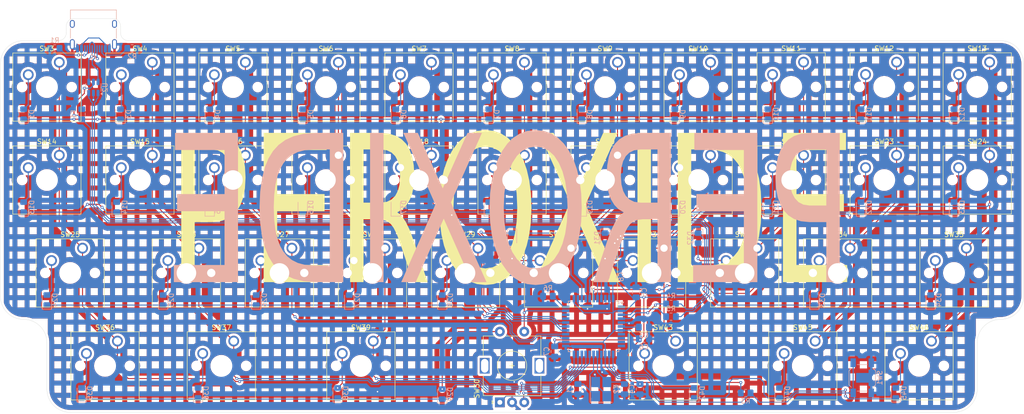
<source format=kicad_pcb>
(kicad_pcb (version 20240108) (generator "pcbnew") (generator_version "8.0")
  (layers (0 "F.Cu" signal) (31 "B.Cu" signal) (34 "B.Paste" user) (35 "F.Paste" user) (36 "B.SilkS" user "B.Silkscreen") (37 "F.SilkS" user "F.Silkscreen") (38 "B.Mask" user) (39 "F.Mask" user) (44 "Edge.Cuts" user))
  (net 0 "")
  (net 1 "GND")
  (net 2 "Net-(U1-XTAL1)")
  (net 3 "Net-(U1-XTAL2)")
  (net 4 "Net-(U1-UCAP)")
  (net 5 "VCC")
  (net 6 "/R0")
  (net 7 "Net-(D1-A)")
  (net 8 "Net-(D3-A)")
  (net 9 "Net-(D4-A)")
  (net 10 "Net-(D5-A)")
  (net 11 "Net-(D6-A)")
  (net 12 "Net-(D7-A)")
  (net 13 "Net-(D8-A)")
  (net 14 "Net-(D9-A)")
  (net 15 "Net-(D10-A)")
  (net 16 "Net-(D11-A)")
  (net 17 "Net-(D12-A)")
  (net 18 "Net-(D13-A)")
  (net 19 "/R1")
  (net 20 "Net-(D14-A)")
  (net 21 "Net-(D15-A)")
  (net 22 "Net-(D16-A)")
  (net 23 "Net-(D17-A)")
  (net 24 "Net-(D18-A)")
  (net 25 "Net-(D19-A)")
  (net 26 "Net-(D20-A)")
  (net 27 "Net-(D21-A)")
  (net 28 "Net-(D22-A)")
  (net 29 "Net-(D23-A)")
  (net 30 "Net-(D24-A)")
  (net 31 "/R2")
  (net 32 "Net-(D25-A)")
  (net 33 "Net-(D26-A)")
  (net 34 "Net-(D27-A)")
  (net 35 "Net-(D28-A)")
  (net 36 "/R3")
  (net 37 "Net-(D29-A)")
  (net 38 "Net-(D30-A)")
  (net 39 "Net-(D31-A)")
  (net 40 "Net-(D32-A)")
  (net 41 "Net-(D33-A)")
  (net 42 "Net-(D34-A)")
  (net 43 "Net-(D35-A)")
  (net 44 "Net-(D36-A)")
  (net 45 "Net-(D38-A)")
  (net 46 "Net-(D42-A)")
  (net 47 "Net-(D44-A)")
  (net 48 "Net-(D45-A)")
  (net 49 "Net-(F1-Pad1)")
  (net 51 "/D-")
  (net 52 "Net-(J1-CC1)")
  (net 53 "Net-(J1-CC2)")
  (net 55 "/D+")
  (net 56 "Net-(U1-~{RESET})")
  (net 57 "Net-(U1-D+)")
  (net 58 "Net-(U1-D-)")
  (net 59 "Net-(U1-~{HWB}{slash}PE2)")
  (net 60 "/C0")
  (net 61 "/C1")
  (net 62 "/C2")
  (net 63 "/C3")
  (net 64 "/C4")
  (net 65 "/C5")
  (net 66 "/C6")
  (net 67 "/C7")
  (net 68 "/C8")
  (net 69 "/C9")
  (net 70 "/C10")
  (net 71 "/Encoder_B")
  (net 72 "/Encoder_A")
  (net 82 "/DM")
  (net 83 "/DP")
  (footprint "Button_Switch_Keyboard:SW_Cherry_MX_1.50u_PCB" (layer "F.Cu") (at 58.1025 97.0825)
    (property "Reference" "SW25")
    (property "Value" "SW_Push")
  )
  (footprint "Button_Switch_Keyboard:SW_Cherry_MX_1.00u_PCB" (layer "F.Cu") (at 167.64 78.0325)
    (property "Reference" "SW20")
    (property "Value" "SW_Push")
  )
  (footprint "Button_Switch_Keyboard:SW_Cherry_MX_1.00u_PCB" (layer "F.Cu") (at 196.215 97.0825)
    (property "Reference" "SW33")
    (property "Value" "SW_Push")
  )
  (footprint "Button_Switch_Keyboard:SW_Cherry_MX_1.00u_PCB" (layer "F.Cu") (at 186.69 58.9825)
    (property "Reference" "SW10")
    (property "Value" "SW_Push")
  )
  (footprint "Button_Switch_Keyboard:SW_Cherry_MX_1.00u_PCB" (layer "F.Cu") (at 53.34 58.9825)
    (property "Reference" "SW3")
    (property "Value" "SW_Push")
  )
  (footprint "Button_Switch_Keyboard:SW_Cherry_MX_1.00u_PCB" (layer "F.Cu") (at 81.915 97.0825)
    (property "Reference" "SW26")
    (property "Value" "SW_Push")
  )
  (footprint "Button_Switch_Keyboard:SW_Cherry_MX_1.00u_PCB" (layer "F.Cu") (at 158.115 97.0825)
    (property "Reference" "SW31")
    (property "Value" "SW_Push")
  )
  (footprint "Button_Switch_Keyboard:SW_Cherry_MX_1.00u_PCB" (layer "F.Cu") (at 148.59 58.9825)
    (property "Reference" "SW8")
    (property "Value" "SW_Push")
  )
  (footprint "Button_Switch_Keyboard:SW_Cherry_MX_1.00u_PCB" (layer "F.Cu") (at 215.265 97.0825)
    (property "Reference" "SW34")
    (property "Value" "SW_Push")
  )
  (footprint "Button_Switch_Keyboard:SW_Cherry_MX_1.00u_PCB" (layer "F.Cu") (at 224.79 78.0325)
    (property "Reference" "SW23")
    (property "Value" "SW_Push")
  )
  (footprint "Button_Switch_Keyboard:SW_Cherry_MX_1.00u_PCB" (layer "F.Cu") (at 110.49 78.0325)
    (property "Reference" "SW17")
    (property "Value" "SW_Push")
  )
  (footprint "Button_Switch_Keyboard:SW_Cherry_MX_1.25u_PCB" (layer "F.Cu") (at 89.05875 116.1325)
    (property "Reference" "SW37")
    (property "Value" "SW_Push")
  )
  (footprint "Button_Switch_Keyboard:SW_Cherry_MX_1.25u_PCB" (layer "F.Cu") (at 231.93375 116.1325)
    (property "Reference" "SW46")
    (property "Value" "SW_Push")
  )
  (footprint "Button_Switch_Keyboard:SW_Cherry_MX_1.00u_PCB" (layer "F.Cu") (at 53.34 78.0325)
    (property "Reference" "SW14")
    (property "Value" "SW_Push")
  )
  (footprint "Button_Switch_Keyboard:SW_Cherry_MX_1.00u_PCB" (layer "F.Cu") (at 91.44 58.9825)
    (property "Reference" "SW5")
    (property "Value" "SW_Push")
  )
  (footprint "Button_Switch_Keyboard:SW_Cherry_MX_1.00u_PCB" (layer "F.Cu") (at 167.64 58.9825)
    (property "Reference" "SW9")
    (property "Value" "SW_Push")
  )
  (footprint "Button_Switch_Keyboard:SW_Cherry_MX_1.25u_PCB" (layer "F.Cu") (at 65.24625 116.1325)
    (property "Reference" "SW36")
    (property "Value" "SW_Push")
  )
  (footprint "Button_Switch_Keyboard:SW_Cherry_MX_1.75u_PCB" (layer "F.Cu") (at 179.54625 116.1325)
    (property "Reference" "SW43")
    (property "Value" "SW_Push")
  )
  (footprint "Button_Switch_Keyboard:SW_Cherry_MX_1.00u_PCB" (layer "F.Cu") (at 72.39 58.9825)
    (property "Reference" "SW4")
    (property "Value" "SW_Push")
  )
  (footprint "Button_Switch_Keyboard:SW_Cherry_MX_1.00u_PCB" (layer "F.Cu") (at 129.54 78.0325)
    (property "Reference" "SW18")
    (property "Value" "SW_Push")
  )
  (footprint "Button_Switch_Keyboard:SW_Cherry_MX_1.00u_PCB" (layer "F.Cu") (at 177.165 97.0825)
    (property "Reference" "SW32")
    (property "Value" "SW_Push")
  )
  (footprint "Button_Switch_Keyboard:SW_Cherry_MX_1.00u_PCB" (layer "F.Cu") (at 243.84 78.0325)
    (property "Reference" "SW24")
    (property "Value" "SW_Push")
  )
  (footprint "Button_Switch_Keyboard:SW_Cherry_MX_1.00u_PCB" (layer "F.Cu") (at 91.44 78.0325)
    (property "Reference" "SW16")
    (property "Value" "SW_Push")
  )
  (footprint "Button_Switch_Keyboard:SW_Cherry_MX_1.00u_PCB" (layer "F.Cu") (at 205.74 78.0325)
    (property "Reference" "SW22")
    (property "Value" "SW_Push")
  )
  (footprint "Button_Switch_Keyboard:SW_Cherry_MX_1.00u_PCB" (layer "F.Cu") (at 139.065 97.0825)
    (property "Reference" "SW29")
    (property "Value" "SW_Push")
  )
  (footprint "Button_Switch_Keyboard:SW_Cherry_MX_1.00u_PCB" (layer "F.Cu") (at 120.015 97.0825)
    (property "Reference" "SW28")
    (property "Value" "SW_Push")
  )
  (footprint "Button_Switch_Keyboard:SW_Cherry_MX_1.00u_PCB" (layer "F.Cu") (at 243.84 58.9425)
    (property "Reference" "SW13")
    (property "Value" "SW_Push")
  )
  (footprint "Rotary_Encoder:RotaryEncoder_Alps_EC11E-Switch_Vertical_H20mm" (layer "F.Cu") (at 143.55 128.69375 90)
    (property "Reference" "SW30")
    (property "Value" "RotaryEncoder_Switch")
  )
  (footprint "Button_Switch_Keyboard:SW_Cherry_MX_1.50u_PCB" (layer "F.Cu") (at 239.0775 97.0825)
    (property "Reference" "SW35")
    (property "Value" "SW_Push")
  )
  (footprint "Button_Switch_Keyboard:SW_Cherry_MX_1.00u_PCB" (layer "F.Cu") (at 129.54 58.9825)
    (property "Reference" "SW7")
    (property "Value" "SW_Push")
  )
  (footprint "Button_Switch_Keyboard:SW_Cherry_MX_1.00u_PCB" (layer "F.Cu") (at 100.965 97.0825)
    (property "Reference" "SW27")
    (property "Value" "SW_Push")
  )
  (footprint "Button_Switch_Keyboard:SW_Cherry_MX_1.00u_PCB" (layer "F.Cu") (at 224.79 58.9425)
    (property "Reference" "SW12")
    (property "Value" "SW_Push")
  )
  (footprint "Button_Switch_Keyboard:SW_Cherry_MX_1.75u_PCB" (layer "F.Cu") (at 117.63375 116.1325)
    (property "Reference" "SW39")
    (property "Value" "SW_Push")
  )
  (footprint "Button_Switch_Keyboard:SW_Cherry_MX_1.00u_PCB" (layer "F.Cu") (at 110.49 58.9825)
    (property "Reference" "SW6")
    (property "Value" "SW_Push")
  )
  (footprint "Button_Switch_Keyboard:SW_Cherry_MX_1.00u_PCB" (layer "F.Cu") (at 186.69 78.0325)
    (property "Reference" "SW21")
    (property "Value" "SW_Push")
  )
  (footprint "Button_Switch_Keyboard:SW_Cherry_MX_1.00u_PCB" (layer "F.Cu") (at 205.74 58.9425)
    (property "Reference" "SW11")
    (property "Value" "SW_Push")
  )
  (footprint "Button_Switch_Keyboard:SW_Cherry_MX_1.25u_PCB" (layer "F.Cu") (at 208.12125 116.1325)
    (property "Reference" "SW45")
    (property "Value" "SW_Push")
  )
  (footprint "Button_Switch_Keyboard:SW_Cherry_MX_1.00u_PCB" (layer "F.Cu") (at 72.39 78.0325)
    (property "Reference" "SW15")
    (property "Value" "SW_Push")
  )
  (footprint "Button_Switch_Keyboard:SW_Cherry_MX_1.00u_PCB" (layer "F.Cu") (at 148.59 78.0325)
    (property "Reference" "SW19")
    (property "Value" "SW_Push")
  )
  (footprint "Diode_SMD:D_0805_2012Metric_Pad1.15x1.40mm_HandSolder" (layer "B.Cu") (at 103.1875 69.61875 90)
    (property "Reference" "D5")
    (property "Value" "D_Small")
  )
  (footprint "Capacitor_SMD:C_0805_2012Metric_Pad1.18x1.45mm_HandSolder" (layer "B.Cu") (at 166.6875 102.95625 90)
    (property "Reference" "C8")
    (property "Value" "4.7u")
  )
  (footprint "Resistor_SMD:R_0805_2012Metric_Pad1.20x1.40mm_HandSolder" (layer "B.Cu") (at 193.88125 126.76875)
    (property "Reference" "R3")
    (property "Value" "10k")
  )
  (footprint "Capacitor_SMD:C_0805_2012Metric_Pad1.18x1.45mm_HandSolder" (layer "B.Cu") (at 173.0375 113.275)
    (property "Reference" "C3")
    (property "Value" "1uF")
  )
  (footprint "Fuse:Fuse_0805_2012Metric_Pad1.15x1.40mm_HandSolder" (layer "B.Cu") (at 57.94375 69.61875 -90)
    (property "Reference" "F1")
    (property "Value" "500mA")
  )
  (footprint "Diode_SMD:D_0805_2012Metric_Pad1.15x1.40mm_HandSolder" (layer "B.Cu") (at 65.88125 69.61875 90)
    (property "Reference" "D3")
    (property "Value" "D_Small")
  )
  (footprint "Diode_SMD:D_0805_2012Metric_Pad1.15x1.40mm_HandSolder" (layer "B.Cu") (at 93.6625 107.71875 90)
    (property "Reference" "D26")
    (property "Value" "D_Small")
  )
  (footprint "Button_Switch_SMD:SW_SPST_SKQG_WithStem" (layer "B.Cu") (at 217.75 123.66875 90)
    (property "Reference" "SW1")
    (property "Value" "SW_Push")
  )
  (footprint "Capacitor_SMD:C_0805_2012Metric_Pad1.18x1.45mm_HandSolder" (layer "B.Cu") (at 154.78125 118.26875 -90)
    (property "Reference" "C7")
    (property "Value" "0.1u")
  )
  (footprint "Diode_SMD:D_0805_2012Metric_Pad1.15x1.40mm_HandSolder" (layer "B.Cu") (at 141.2875 88.66875 90)
    (property "Reference" "D18")
    (property "Value" "D_Small")
  )
  (footprint "Resistor_SMD:R_0805_2012Metric_Pad1.20x1.40mm_HandSolder" (layer "B.Cu") (at 52.3875 56.125 180)
    (property "Reference" "R1")
    (property "Value" "5.1k")
  )
  (footprint "Diode_SMD:D_0805_2012Metric_Pad1.15x1.40mm_HandSolder" (layer "B.Cu") (at 236.5375 88.66875 90)
    (property "Reference" "D23")
    (property "Value" "D_Small")
  )
  (footprint "Diode_SMD:D_0805_2012Metric_Pad1.15x1.40mm_HandSolder" (layer "B.Cu") (at 46.0375 88.66875 90)
    (property "Reference" "D13")
    (property "Value" "D_Small")
  )
  (footprint "Diode_SMD:D_0805_2012Metric_Pad1.15x1.40mm_HandSolder" (layer "B.Cu") (at 74.6125 107.71875 90)
    (property "Reference" "D25")
    (property "Value" "D_Small")
  )
  (footprint "Connector_USB:USB_C_Receptacle_HRO_TYPE-C-31-M-12" (layer "B.Cu") (at 60.325 52.15625)
    (property "Reference" "J1")
    (property "Value" "USB_C_Receptacle_USB2.0_16P")
  )
  (footprint "Diode_SMD:D_0805_2012Metric_Pad1.15x1.40mm_HandSolder" (layer "B.Cu") (at 50.8 107.71875 90)
    (property "Reference" "D24")
    (property "Value" "D_Small")
  )
  (footprint "Diode_SMD:D_0805_2012Metric_Pad1.15x1.40mm_HandSolder" (layer "B.Cu") (at 160.3375 88.66875 90)
    (property "Reference" "D19")
    (property "Value" "D_Small")
  )
  (footprint "Diode_SMD:D_0805_2012Metric_Pad1.15x1.40mm_HandSolder" (layer "B.Cu") (at 200.81875 126.76875 90)
    (property "Reference" "D44")
    (property "Value" "D_Small")
  )
  (footprint "Capacitor_SMD:C_0805_2012Metric_Pad1.18x1.45mm_HandSolder" (layer "B.Cu") (at 159.54375 125.975 -90)
    (property "Reference" "C1")
    (property "Value" "22p")
  )
  (footprint "Diode_SMD:D_0805_2012Metric_Pad1.15x1.40mm_HandSolder" (layer "B.Cu") (at 207.9625 107.71875 90)
    (property "Reference" "D33")
    (property "Value" "D_Small")
  )
  (footprint "Diode_SMD:D_0805_2012Metric_Pad1.15x1.40mm_HandSolder" (layer "B.Cu") (at 131.7625 107.71875 90)
    (property "Reference" "D28")
    (property "Value" "D_Small")
  )
  (footprint "Resistor_SMD:R_0805_2012Metric_Pad1.20x1.40mm_HandSolder" (layer "B.Cu") (at 178.59375 111.125 180)
    (property "Reference" "R5")
    (property "Value" "22")
  )
  (footprint "Diode_SMD:D_0805_2012Metric_Pad1.15x1.40mm_HandSolder" (layer "B.Cu") (at 122.2375 88.66875 90)
    (property "Reference" "D17")
    (property "Value" "D_Small")
  )
  (footprint "Diode_SMD:D_0805_2012Metric_Pad1.15x1.40mm_HandSolder" (layer "B.Cu") (at 198.4375 69.61875 90)
    (property "Reference" "D10")
    (property "Value" "D_Small")
  )
  (footprint "Diode_SMD:D_0805_2012Metric_Pad1.15x1.40mm_HandSolder" (layer "B.Cu") (at 165.1 95.01875 -90)
    (property "Reference" "D31")
    (property "Value" "D_Small")
  )
  (footprint "Diode_SMD:D_0805_2012Metric_Pad1.15x1.40mm_HandSolder" (layer "B.Cu") (at 179.3875 88.66875 90)
    (property "Reference" "D20")
    (property "Value" "D_Small")
  )
  (footprint "Diode_SMD:D_0805_2012Metric_Pad1.15x1.40mm_HandSolder" (layer "B.Cu") (at 141.2875 69.61875 90)
    (property "Reference" "D7")
    (property "Value" "D_Small")
  )
  (footprint "Diode_SMD:D_0805_2012Metric_Pad1.15x1.40mm_HandSolder" (layer "B.Cu") (at 231.775 107.71875 90)
    (property "Reference" "D34")
    (property "Value" "D_Small")
  )
  (footprint "Package_TO_SOT_SMD:SOT-23-6" (layer "B.Cu") (at 60.325 64.1375 90)
    (property "Reference" "U2")
    (property "Value" "USBLC6-2SC6")
  )
  (footprint "Diode_SMD:D_0805_2012Metric_Pad1.15x1.40mm_HandSolder" (layer "B.Cu") (at 179.3875 69.61875 90)
    (property "Reference" "D9")
    (property "Value" "D_Small")
  )
  (footprint "Diode_SMD:D_0805_2012Metric_Pad1.15x1.40mm_HandSolder" (layer "B.Cu") (at 160.3375 69.61875 90)
    (property "Reference" "D8")
    (property "Value" "D_Small")
  )
  (footprint "Package_QFP:TQFP-44_10x10mm_P0.8mm" (layer "B.Cu") (at 162.7375 113.13125 180)
    (property "Reference" "U1")
    (property "Value" "ATmega32U4-A")
  )
  (footprint "Diode_SMD:D_0805_2012Metric_Pad1.15x1.40mm_HandSolder" (layer "B.Cu") (at 122.2375 69.61875 90)
    (property "Reference" "D6")
    (property "Value" "D_Small")
  )
  (footprint "Diode_SMD:D_0805_2012Metric_Pad1.15x1.40mm_HandSolder" (layer "B.Cu") (at 217.4875 69.61875 90)
    (property "Reference" "D11")
    (property "Value" "D_Small")
  )
  (footprint "Capacitor_SMD:C_0805_2012Metric_Pad1.18x1.45mm_HandSolder" (layer "B.Cu") (at 173.0375 115.65625)
    (property "Reference" "C6")
    (property "Value" "0.1u")
  )
  (footprint "Diode_SMD:D_0805_2012Metric_Pad1.15x1.40mm_HandSolder" (layer "B.Cu") (at 84.1375 69.61875 90)
    (property "Reference" "D4")
    (property "Value" "D_Small")
  )
  (footprint "Capacitor_SMD:C_0805_2012Metric_Pad1.18x1.45mm_HandSolder" (layer "B.Cu") (at 172.24375 125.975 -90)
    (property "Reference" "C4")
    (property "Value" "0.1u")
  )
  (footprint "Resistor_SMD:R_0805_2012Metric_Pad1.20x1.40mm_HandSolder" (layer "B.Cu") (at 178.59375 108.5125 180)
    (property "Reference" "R4")
    (property "Value" "22")
  )
  (footprint "Diode_SMD:D_0805_2012Metric_Pad1.15x1.40mm_HandSolder" (layer "B.Cu") (at 81.75625 126.76875 90)
    (property "Reference" "D36")
    (property "Value" "D_Small")
  )
  (footprint "Diode_SMD:D_0805_2012Metric_Pad1.15x1.40mm_HandSolder" (layer "B.Cu") (at 112.7125 107.71875 90)
    (property "Reference" "D27")
    (property "Value" "D_Small")
  )
  (footprint "Diode_SMD:D_0805_2012Metric_Pad1.15x1.40mm_HandSolder" (layer "B.Cu") (at 183.35625 126.76875 90)
    (property "Reference" "D42")
    (property "Value" "D_Small")
  )
  (footprint "Diode_SMD:D_0805_2012Metric_Pad1.15x1.40mm_HandSolder" (layer "B.Cu") (at 46.0375 69.61875 90)
    (property "Reference" "D1")
    (property "Value" "D_Small")
  )
  (footprint "Diode_SMD:D_0805_2012Metric_Pad1.15x1.40mm_HandSolder" (layer "B.Cu") (at 146.05 95.01875 -90)
    (property "Reference" "D30")
    (property "Value" "D_Small")
  )
  (footprint "Capacitor_SMD:C_0805_2012Metric_Pad1.18x1.45mm_HandSolder" (layer "B.Cu") (at 169.06875 125.975 -90)
    (property "Reference" "C2")
    (property "Value" "22p")
  )
  (footprint "Diode_SMD:D_0805_2012Metric_Pad1.15x1.40mm_HandSolder" (layer "B.Cu") (at 198.4375 88.66875 90)
    (property "Reference" "D21")
    (property "Value" "D_Small")
  )
  (footprint "Diode_SMD:D_0805_2012Metric_Pad1.15x1.40mm_HandSolder" (layer "B.Cu") (at 65.0875 88.66875 90)
    (property "Reference" "D14")
    (property "Value" "D_Small")
  )
  (footprint "Diode_SMD:D_0805_2012Metric_Pad1.15x1.40mm_HandSolder" (layer "B.Cu") (at 57.94375 126.76875 90)
    (property "Reference" "D35")
    (property "Value" "D_Small")
  )
  (footprint "Diode_SMD:D_0805_2012Metric_Pad1.15x1.40mm_HandSolder" (layer "B.Cu") (at 110.33125 126.76875 90)
    (property "Reference" "D38")
    (property "Value" "D_Small")
  )
  (footprint "Resistor_SMD:R_0805_2012Metric_Pad1.20x1.40mm_HandSolder" (layer "B.Cu") (at 153.4 106.925 180)
    (property "Reference" "R6")
    (property "Value" "10k")
  )
  (footprint "Capacitor_SMD:C_0805_2012Metric_Pad1.18x1.45mm_HandSolder" (layer "B.Cu") (at 171.45 106.13125 90)
    (property "Reference" "C5")
    (property "Value" "0.1u")
  )
  (footprint "Diode_SMD:D_0805_2012Metric_Pad1.15x1.40mm_HandSolder" (layer "B.Cu") (at 84.1375 88.66875 90)
    (property "Reference" "D15")
    (property "Value" "D_Small")
  )
  (footprint "Diode_SMD:D_0805_2012Metric_Pad1.15x1.40mm_HandSolder" (layer "B.Cu") (at 184.15 95.01875 -90)
    (property "Reference" "D32")
    (property "Value" "D_Small")
  )
  (footprint "Diode_SMD:D_0805_2012Metric_Pad1.15x1.40mm_HandSolder" (layer "B.Cu") (at 217.4875 88.66875 90)
    (property "Reference" "D22")
    (property "Value" "D_Small")
  )
  (footprint "Diode_SMD:D_0805_2012Metric_Pad1.15x1.40mm_HandSolder" (layer "B.Cu") (at 236.5375 69.61875 90)
    (property "Reference" "D12")
    (property "Value" "D_Small")
  )
  (footprint "Diode_SMD:D_0805_2012Metric_Pad1.15x1.40mm_HandSolder" (layer "B.Cu") (at 224.63125 126.76875 90)
    (property "Reference" "D45")
    (property "Value" "D_Small")
  )
  (footprint "Crystal:Crystal_SMD_3225-4Pin_3.2x2.5mm_HandSoldering" (layer "B.Cu") (at 164.30625 125.975 90)
    (property "Reference" "Y1")
    (property "Value" "Crystal_GND2")
  )
  (footprint "Diode_SMD:D_0805_2012Metric_Pad1.15x1.40mm_HandSolder" (layer "B.Cu") (at 131.7625 127 90)
    (property "Reference" "D29")
    (property "Value" "D_Small")
  )
  (footprint "Resistor_SMD:R_0805_2012Metric_Pad1.20x1.40mm_HandSolder" (layer "B.Cu") (at 68.2625 56.125)
    (property "Reference" "R2")
    (property "Value" "5.1k")
  )
  (footprint "Diode_SMD:D_0805_2012Metric_Pad1.15x1.40mm_HandSolder" (layer "B.Cu") (at 103.1875 88.66875 90)
    (property "Reference" "D16")
    (property "Value" "D_Small")
  )
  (gr_arc (start 241.3 116.45) (mid 242.694904 113.082404) (end 246.0625 111.6875) (stroke (width 0.05)) (layer "Edge.Cuts"))
  (gr_line (start 241.3 116.45) (end 241.3 125.975) (stroke (width 0.05)) (layer "Edge.Cuts"))
  (gr_line (start 41.275 59.3) (end 41.275 106.925) (stroke (width 0.05)) (layer "Edge.Cuts"))
  (gr_arc (start 67.46875 54.5375) (mid 66.346218 54.072532) (end 65.88125 52.95) (stroke (width 0.05)) (layer "Edge.Cuts"))
  (gr_line (start 250.825 106.925) (end 250.825 59.3) (stroke (width 0.05)) (layer "Edge.Cuts"))
  (gr_arc (start 250.825 106.925) (mid 249.430096 110.292596) (end 246.0625 111.6875) (stroke (width 0.05)) (layer "Edge.Cuts"))
  (gr_line (start 50.8 116.45) (end 50.8 125.975) (stroke (width 0.05)) (layer "Edge.Cuts"))
  (gr_arc (start 46.0375 111.6875) (mid 49.405096 113.082404) (end 50.8 116.45) (stroke (width 0.05)) (layer "Edge.Cuts"))
  (gr_line (start 54.76875 52.95) (end 54.76875 51.59375) (stroke (width 0.05)) (layer "Edge.Cuts"))
  (gr_arc (start 46.0375 111.6875) (mid 42.669904 110.292596) (end 41.275 106.925) (stroke (width 0.05)) (layer "Edge.Cuts"))
  (gr_line (start 53.18125 54.5375) (end 46.0375 54.5375) (stroke (width 0.05)) (layer "Edge.Cuts"))
  (gr_arc (start 54.76875 51.59375) (mid 55.233718 50.471218) (end 56.35625 50.00625) (stroke (width 0.05)) (layer "Edge.Cuts"))
  (gr_arc (start 241.3 125.975) (mid 239.905096 129.342596) (end 236.5375 130.7375) (stroke (width 0.05)) (layer "Edge.Cuts"))
  (gr_arc (start 55.5625 130.7375) (mid 52.194904 129.342596) (end 50.8 125.975) (stroke (width 0.05)) (layer "Edge.Cuts"))
  (gr_line (start 246.0625 54.5375) (end 67.46875 54.5375) (stroke (width 0.05)) (layer "Edge.Cuts"))
  (gr_line (start 64.29375 50.00625) (end 56.35625 50.00625) (stroke (width 0.05)) (layer "Edge.Cuts"))
  (gr_arc (start 41.275 59.3) (mid 42.669904 55.932404) (end 46.0375 54.5375) (stroke (width 0.05)) (layer "Edge.Cuts"))
  (gr_arc (start 246.0625 54.5375) (mid 249.430096 55.932404) (end 250.825 59.3) (stroke (width 0.05)) (layer "Edge.Cuts"))
  (gr_arc (start 54.76875 52.95) (mid 54.303782 54.072532) (end 53.18125 54.5375) (stroke (width 0.05)) (layer "Edge.Cuts"))
  (gr_line (start 55.5625 130.7375) (end 236.5375 130.7375) (stroke (width 0.05)) (layer "Edge.Cuts"))
  (gr_line (start 65.88125 52.95) (end 65.88125 51.59375) (stroke (width 0.05)) (layer "Edge.Cuts"))
  (gr_arc (start 64.29375 50.00625) (mid 65.416282 50.471218) (end 65.88125 51.59375) (stroke (width 0.05)) (layer "Edge.Cuts"))
  (gr_text "PEROXIDE" (at 215.9 109.1475 -0) (layer "B.SilkS") (effects (font (size 30 20) (thickness 0.1)) (justify left bottom mirror)))
  (gr_text "PEROXIDE" (at 75.565 109.1475 0) (layer "F.SilkS") (effects (font (size 30 20) (thickness 0.1)) (justify left bottom)))
  (segment (start 146.05 124.95) (end 146.5 124.5) (width 0.2) (layer "F.Cu") (net 1))
  (segment (start 161.5 109.5) (end 165.5 109.5) (width 0.2) (layer "F.Cu") (net 1))
  (segment (start 164 123) (end 164.5 122.5) (width 0.2) (layer "F.Cu") (net 1))
  (segment (start 163 123) (end 164 123) (width 0.2) (layer "F.Cu") (net 1))
  (segment (start 146.05 128.69375) (end 146.05 124.95) (width 0.2) (layer "F.Cu") (net 1))
  (via (at 60.325 66.675) (size 0.6) (drill 0.3) (layers "F.Cu" "B.Cu") (net 1))
  (via (at 161.5 109.5) (size 0.6) (drill 0.3) (layers "F.Cu" "B.Cu") (net 1))
  (via (at 163 123) (size 0.6) (drill 0.3) (layers "F.Cu" "B.Cu") (net 1))
  (via (at 164.5 122.5) (size 0.6) (drill 0.3) (layers "F.Cu" "B.Cu") (net 1))
  (via (at 170 112.5) (size 0.6) (drill 0.3) (layers "F.Cu" "B.Cu") (net 1))
  (via (at 146.5 124.5) (size 0.6) (drill 0.3) (layers "F.Cu" "B.Cu") (net 1))
  (via (at 165.5 109.5) (size 0.6) (drill 0.3) (layers "F.Cu" "B.Cu") (net 1))
  (via (at 118.5 126.5) (size 0.6) (drill 0.3) (layers "F.Cu" "B.Cu") (net 1))
  (segment (start 165.45625 127.425) (end 165.45625 127.275) (width 0.2) (layer "B.Cu") (net 1))
  (segment (start 166.6875 101.91875) (end 165.5 103.10625) (width 0.2) (layer "B.Cu") (net 1))
  (segment (start 165.5 105) (end 165.9375 105.4375) (width 0.2) (layer "B.Cu") (net 1))
  (segment (start 165.5 109.5) (end 165.9375 109.0625) (width 0.2) (layer "B.Cu") (net 1))
  (segment (start 168.4375 112.33125) (end 169.83125 112.33125) (width 0.2) (layer "B.Cu") (net 1))
  (segment (start 163.15625 124.975) (end 163.15625 124.525) (width 0.2) (layer "B.Cu") (net 1))
  (segment (start 60.325 65.275) (end 60.325 66.675) (width 0.2) (layer "B.Cu") (net 1))
  (segment (start 164.5 122.5) (end 164.3375 122.3375) (width 0.2) (layer "B.Cu") (net 1))
  (segment (start 165.9375 109.0625) (end 165.9375 107.43125) (width 0.2) (layer "B.Cu") (net 1))
  (segment (start 164.3375 122.3375) (end 164.3375 118.83125) (width 0.2) (layer "B.Cu") (net 1))
  (segment (start 163.15625 123.15625) (end 163 123) (width 0.2) (layer "B.Cu") (net 1))
  (segment (start 159.5375 108.38125) (end 160.65625 109.5) (width 0.2) (layer "B.Cu") (net 1))
  (segment (start 165.45625 127.275) (end 163.15625 124.975) (width 0.2) (layer "B.Cu") (net 1))
  (segment (start 165.5 103.10625) (end 165.5 105) (width 0.2) (layer "B.Cu") (net 1))
  (segment (start 165.9375 105.4375) (end 165.9375 107.43125) (width 0.2) (layer "B.Cu") (net 1))
  (segment (start 160.65625 109.5) (end 161.5 109.5) (width 0.2) (layer "B.Cu") (net 1))
  (segment (start 169.83125 112.33125) (end 170 112.5) (width 0.2) (layer "B.Cu") (net 1))
  (segment (start 159.5375 107.43125) (end 159.5375 108.38125) (width 0.2) (layer "B.Cu") (net 1))
  (segment (start 163.15625 124.525) (end 163.15625 123.15625) (width 0.2) (layer "B.Cu") (net 1))
  (segment (start 162.7375 122.21875) (end 162.7375 118.83125) (width 0.2) (layer "B.Cu") (net 2))
  (segment (start 163.15625 127.425) (end 161.95625 126.225) (width 0.2) (layer "B.Cu") (net 2))
  (segment (start 161.95625 123) (end 162.7375 122.21875) (width 0.2) (layer "B.Cu") (net 2))
  (segment (start 161.95625 126.225) (end 161.95625 123) (width 0.2) (layer "B.Cu") (net 2))
  (segment (start 160.66875 124.9375) (end 161.95625 126.225) (width 0.2) (layer "B.Cu") (net 2))
  (segment (start 159.54375 124.9375) (end 160.66875 124.9375) (width 0.2) (layer "B.Cu") (net 2))
  (segment (start 163.5375 118.83125) (end 163.5375 122.45625) (width 0.2) (layer "B.Cu") (net 3))
  (segment (start 163.5375 122.45625) (end 165.45625 124.375) (width 0.2) (layer "B.Cu") (net 3))
  (segment (start 165.45625 124.525) (end 168.65625 124.525) (width 0.2) (layer "B.Cu") (net 3))
  (segment (start 165.45625 124.375) (end 165.45625 124.525) (width 0.2) (layer "B.Cu") (net 3))
  (segment (start 168.65625 124.525) (end 169.06875 124.9375) (width 0.2) (layer "B.Cu") (net 3))
  (segment (start 172 113.275) (end 168.58125 113.275) (width 0.2) (layer "B.Cu") (net 4))
  (segment (start 168.58125 113.275) (end 168.4375 113.13125) (width 0.2) (layer "B.Cu") (net 4))
  (segment (start 170.65625 124.61875) (end 171.925 124.61875) (width 0.2) (layer "F.Cu") (net 5))
  (segment (start 171.925 124.61875) (end 172.24375 124.9375) (width 0.2) (layer "F.Cu") (net 5))
  (segment (start 173.0375 107.15625) (end 173.0375 115.09375) (width 0.2) (layer "F.Cu") (net 5))
  (segment (start 173.0375 115.09375) (end 172.24375 115.8875) (width 0.2) (layer "F.Cu") (net 5))
  (segment (start 56.35625 67.46875) (end 56.35625 69.843747) (width 0.2) (layer "F.Cu") (net 5))
  (segment (start 169.8625 118.26875) (end 169.8625 123.825) (width 0.2) (layer "F.Cu") (net 5))
  (segment (start 172.24375 115.8875) (end 170.65625 117.475) (width 0.2) (layer "F.Cu") (net 5))
  (segment (start 172.5625 124.61875) (end 172.24375 124.9375) (width 0.2) (layer "F.Cu") (net 5))
  (segment (start 58.475 65.35) (end 56.35625 67.46875) (width 0.2) (layer "F.Cu") (net 5))
  (segment (start 58.475 64.29375) (end 58.475 65.35) (width 0.2) (layer "F.Cu") (net 5))
  (segment (start 154.78125 115.8875) (end 172.24375 115.8875) (width 0.2) (layer "F.Cu") (net 5))
  (segment (start 169.8625 123.825) (end 170.65625 124.61875) (width 0.2) (layer "F.Cu") (net 5))
  (segment (start 192.88125 124.61875) (end 172.5625 124.61875) (width 0.2) (layer "F.Cu") (net 5))
  (segment (start 170.65625 117.475) (end 169.8625 118.26875) (width 0.2) (layer "F.Cu") (net 5))
  (via (at 192.88125 124.61875) (size 0.6) (drill 0.3) (layers "F.Cu" "B.Cu") (net 5))
  (via (at 173.0375 107.15625) (size 0.6) (drill 0.3) (layers "F.Cu" "B.Cu") (net 5))
  (via (at 58.475 64.29375) (size 0.6) (drill 0.3) (layers "F.Cu" "B.Cu") (net 5))
  (via (at 56.35625 69.843747) (size 0.6) (drill 0.3) (layers "F.Cu" "B.Cu") (net 5))
  (via (at 172.24375 115.8875) (size 0.6) (drill 0.3) (layers "F.Cu" "B.Cu") (net 5))
  (via (at 172.24375 124.9375) (size 0.6) (drill 0.3) (layers "F.Cu" "B.Cu") (net 5))
  (via (at 154.78125 115.8875) (size 0.6) (drill 0.3) (layers "F.Cu" "B.Cu") (net 5))
  (segment (start 168.4375 109.93125) (end 167.1375 109.93125) (width 0.2) (layer "B.Cu") (net 5))
  (segment (start 158.7375 107.43125) (end 158.7375 108.38125) (width 0.2) (layer "B.Cu") (net 5))
  (segment (start 170.66875 107.16875) (end 171.45 107.16875) (width 0.2) (layer "B.Cu") (net 5))
  (segment (start 172.24375 124.9375) (end 171.13125 123.825) (width 0.2) (layer "B.Cu") (net 5))
  (segment (start 165.1375 118.83125) (end 165.1375 116.8125) (width 0.2) (layer "B.Cu") (net 5))
  (segment (start 63.241114 91.90625) (end 59.7 88.365136) (width 0.2) (layer "B.Cu") (net 5))
  (segment (start 59.693749 64.29375) (end 58.475 64.29375) (width 0.2) (layer "B.Cu") (net 5))
  (segment (start 59.7 88.365136) (end 59.7 72.4) (width 0.2) (layer "B.Cu") (net 5))
  (segment (start 165.1375 121.253186) (end 165.1375 118.83125) (width 0.2) (layer "B.Cu") (net 5))
  (segment (start 160.6875 110.33125) (end 166.7375 110.33125) (width 0.2) (layer "B.Cu") (net 5))
  (segment (start 169.3875 109.93125) (end 171.45 107.86875) (width 0.2) (layer "B.Cu") (net 5))
  (segment (start 166.6875 107.38125) (end 166.7375 107.43125) (width 0.2) (layer "B.Cu") (net 5))
  (segment (start 157.0375 116.33125) (end 155.68125 116.33125) (width 0.2) (layer "B.Cu") (net 5))
  (segment (start 60.325 63.662499) (end 59.693749 64.29375) (width 0.2) (layer "B.Cu") (net 5))
  (segment (start 167.05625 113.93125) (end 166.7375 114.25) (width 0.2) (layer "B.Cu") (net 5))
  (segment (start 168.4375 109.93125) (end 169.3875 109.93125) (width 0.2) (layer "B.Cu") (net 5))
  (segment (start 185.90625 106.103614) (end 185.90625 93.127636) (width 0.2) (layer "B.Cu") (net 5))
  (segment (start 173.0375 107.15625) (end 184.853614 107.15625) (width 0.2) (layer "B.Cu") (net 5))
  (segment (start 167.709314 123.825) (end 165.1375 121.253186) (width 0.2) (layer "B.Cu") (net 5))
  (segment (start 166.7375 110.33125) (end 166.7375 114.25) (width 0.2) (layer "B.Cu") (net 5))
  (segment (start 184.684864 91.90625) (end 63.241114 91.90625) (width 0.2) (layer "B.Cu") (net 5))
  (segment (start 167.49375 103.99375) (end 170.66875 107.16875) (width 0.2) (layer "B.Cu") (net 5))
  (segment (start 166.6875 103.99375) (end 167.49375 103.99375) (width 0.2) (layer "B.Cu") (net 5))
  (segment (start 185.90625 93.127636) (end 184.684864 91.90625) (width 0.2) (layer "B.Cu") (net 5))
  (segment (start 184.853614 107.15625) (end 185.90625 106.103614) (width 0.2) (layer "B.Cu") (net 5))
  (segment (start 173.025 107.16875) (end 173.0375 107.15625) (width 0.2) (layer "B.Cu") (net 5))
  (segment (start 171.45 107.16875) (end 173.025 107.16875) (width 0.2) (layer "B.Cu") (net 5))
  (segment (start 158.7375 108.38125) (end 160.6875 110.33125) (width 0.2) (layer "B.Cu") (net 5))
  (segment (start 168.4375 113.93125) (end 170.275 113.93125) (width 0.2) (layer "B.Cu") (net 5))
  (segment (start 59.7 72.4) (end 57.94375 70.64375) (width 0.2) (layer "B.Cu") (net 5))
  (segment (start 155.68125 116.33125) (end 154.78125 117.23125) (width 0.2) (layer "B.Cu") (net 5))
  (segment (start 166.7375 114.25) (end 164.65625 116.33125) (width 0.2) (layer "B.Cu") (net 5))
  (segment (start 168.4375 113.93125) (end 167.05625 113.93125) (width 0.2) (layer "B.Cu") (net 5))
  (segment (start 166.6875 103.99375) (end 166.6875 107.38125) (width 0.2) (layer "B.Cu") (net 5))
  (segment (start 154.78125 115.8875) (end 154.78125 117.23125) (width 0.2) (layer "B.Cu") (net 5))
  (segment (start 165.1375 116.8125) (end 164.65625 116.33125) (width 0.2) (layer "B.Cu") (net 5))
  (segment (start 170.275 113.93125) (end 172 115.65625) (width 0.2) (layer "B.Cu") (net 5))
  (segment (start 157.0375 116.33125) (end 164.65625 116.33125) (width 0.2) (layer "B.Cu") (net 5))
  (segment (start 57.143747 69.843747) (end 57.94375 70.64375) (width 0.2) (layer "B.Cu") (net 5))
  (segment (start 172.0125 115.65625) (end 172.24375 115.8875) (width 0.2) (layer "B.Cu") (net 5))
  (segment (start 60.325 63) (end 60.325 63.662499) (width 0.2) (layer "B.Cu") (net 5))
  (segment (start 167.1375 109.93125) (end 166.7375 110.33125) (width 0.2) (layer "B.Cu") (net 5))
  (segment (start 171.45 107.86875) (end 171.45 107.16875) (width 0.2) (layer "B.Cu") (net 5))
  (segment (start 171.13125 123.825) (end 167.709314 123.825) (width 0.2) (layer "B.Cu") (net 5))
  (segment (start 166.7375 107.43125) (end 166.7375 110.33125) (width 0.2) (layer "B.Cu") (net 5))
  (segment (start 192.88125 126.76875) (end 192.88125 124.61875) (width 0.2) (layer "B.Cu") (net 5))
  (segment (start 56.35625 69.843747) (end 57.143747 69.843747) (width 0.2) (layer "B.Cu") (net 5))
  (segment (start 172 115.65625) (end 172.0125 115.65625) (width 0.2) (layer "B.Cu") (net 5))
  (segment (start 141 96.5) (end 139 94.5) (width 0.2) (layer "F.Cu") (net 6))
  (segment (start 131.5 79) (end 131.5 70.64375) (width 0.2) (layer "F.Cu") (net 6))
  (segment (start 139 94.5) (end 137.048186 94.5) (width 0.2) (layer "F.Cu") (net 6))
  (segment (start 137.048186 94.5) (end 129.94 87.391814) (width 0.2) (layer "F.Cu") (net 6))
  (segment (start 129.94 87.391814) (end 129.94 80.56) (width 0.2) (layer "F.Cu") (net 6))
  (segment (start 139.465 108.965) (end 139.465 99.535) (width 0.2) (layer "F.Cu") (net 6))
  (segment (start 139.465 99.535) (end 141 98) (width 0.2) (layer "F.Cu") (net 6))
  (segment (start 129.94 80.56) (end 131.5 79) (width 0.2) (layer "F.Cu") (net 6))
  (segment (start 61.15 70.64375) (end 56.35625 70.64375) (width 0.2) (layer "F.Cu") (net 6))
  (segment (start 141 110.5) (end 139.465 108.965) (width 0.2) (layer "F.Cu") (net 6))
  (segment (start 141 98) (end 141 96.5) (width 0.2) (layer "F.Cu") (net 6))
  (via (at 131.5 70.64375) (size 0.6) (drill 0.3) (layers "F.Cu" "B.Cu") (net 6))
  (via (at 56.35625 70.64375) (size 0.6) (drill 0.3) (layers "F.Cu" "B.Cu") (net 6))
  (via (at 61.15 70.64375) (size 0.6) (drill 0.3) (layers "F.Cu" "B.Cu") (net 6))
  (via (at 141 110.5) (size 0.6) (drill 0.3) (layers "F.Cu" "B.Cu") (net 6))
  (segment (start 144.5 110.5) (end 141 110.5) (width 0.2) (layer "B.Cu") (net 6))
  (segment (start 56.35625 70.64375) (end 46.0375 70.64375) (width 0.2) (layer "B.Cu") (net 6))
  (segment (start 65.88125 70.64375) (end 131.5 70.64375) (width 0.2) (layer "B.Cu") (net 6))
  (segment (start 65.88125 70.64375) (end 61.15 70.64375) (width 0.2) (layer "B.Cu") (net 6))
  (segment (start 146 112) (end 144.5 110.5) (width 0.2) (layer "B.Cu") (net 6))
  (segment (start 157.0375 113.93125) (end 156.0875 113.93125) (width 0.2) (layer "B.Cu") (net 6))
  (segment (start 156.0875 113.93125) (end 154.15625 112) (width 0.2) (layer "B.Cu") (net 6))
  (segment (start 131.5 70.64375) (end 236.5375 70.64375) (width 0.2) (layer "B.Cu") (net 6))
  (segment (start 154.15625 112) (end 146 112) (width 0.2) (layer "B.Cu") (net 6))
  (segment (start 46.99 61.5225) (end 46.99 67.64125) (width 0.2) (layer "B.Cu") (net 7))
  (segment (start 46.99 67.64125) (end 46.0375 68.59375) (width 0.2) (layer "B.Cu") (net 7))
  (segment (start 66.04 68.435) (end 65.88125 68.59375) (width 0.2) (layer "B.Cu") (net 8))
  (segment (start 66.04 61.5225) (end 66.04 68.435) (width 0.2) (layer "B.Cu") (net 8))
  (segment (start 85.09 67.64125) (end 84.1375 68.59375) (width 0.2) (layer "B.Cu") (net 9))
  (segment (start 85.09 61.5225) (end 85.09 67.64125) (width 0.2) (layer "B.Cu") (net 9))
  (segment (start 104.14 67.64125) (end 103.1875 68.59375) (width 0.2) (layer "B.Cu") (net 10))
  (segment (start 104.14 61.5225) (end 104.14 67.64125) (width 0.2) (layer "B.Cu") (net 10))
  (segment (start 123.2375 67.59375) (end 122.2375 68.59375) (width 0.2) (layer "B.Cu") (net 11))
  (segment (start 123.19 61.5225) (end 123.2375 61.57) (width 0.2) (layer "B.Cu") (net 11))
  (segment (start 123.2375 61.57) (end 123.2375 67.59375) (width 0.2) (layer "B.Cu") (net 11))
  (segment (start 142.24 67.64125) (end 141.2875 68.59375) (width 0.2) (layer "B.Cu") (net 12))
  (segment (start 142.24 61.5225) (end 142.24 67.64125) (width 0.2) (layer "B.Cu") (net 12))
  (segment (start 161.29 61.5225) (end 161.29 67.64125) (width 0.2) (layer "B.Cu") (net 13))
  (segment (start 161.29 67.64125) (end 160.3375 68.59375) (width 0.2) (layer "B.Cu") (net 13))
  (segment (start 180.34 67.64125) (end 179.3875 68.59375) (width 0.2) (layer "B.Cu") (net 14))
  (segment (start 180.34 61.5225) (end 180.34 67.64125) (width 0.2) (layer "B.Cu") (net 14))
  (segment (start 199.4375 61.53) (end 199.4375 67.59375) (width 0.2) (layer "B.Cu") (net 15))
  (segment (start 199.39 61.4825) (end 199.4375 61.53) (width 0.2) (layer "B.Cu") (net 15))
  (segment (start 199.4375 67.59375) (end 198.4375 68.59375) (width 0.2) (layer "B.Cu") (net 15))
  (segment (start 218.44 67.64125) (end 217.4875 68.59375) (width 0.2) (layer "B.Cu") (net 16))
  (segment (start 218.44 61.4825) (end 218.44 67.64125) (width 0.2) (layer "B.Cu") (net 16))
  (segment (start 237.49 61.4825) (end 237.49 67.64125) (width 0.2) (layer "B.Cu") (net 17))
  (segment (start 237.49 67.64125) (end 236.5375 68.59375) (width 0.2) (layer "B.Cu") (net 17))
  (segment (start 46.99 86.69125) (end 46.0375 87.64375) (width 0.2) (layer "B.Cu") (net 18))
  (segment (start 46.99 80.5725) (end 46.99 86.69125) (width 0.2) (layer "B.Cu") (net 18))
  (segment (start 139.865 108.365) (end 141.4 109.9) (width 0.2) (layer "F.Cu") (net 19))
  (segment (start 141.4 96.334314) (end 141.4 98.165686) (width 0.2) (layer "F.Cu") (net 19))
  (segment (start 61.49173 88.10625) (end 62.09899 88.71351) (width 0.2) (layer "F.Cu") (net 19))
  (segment (start 133.698358 90.584486) (end 137.213872 94.1) (width 0.2) (layer "F.Cu") (net 19))
  (segment (start 137.213872 94.1) (end 139.165686 94.1) (width 0.2) (layer "F.Cu") (net 19))
  (segment (start 133.698358 90.301642) (end 133.698358 90.584486) (width 0.2) (layer "F.Cu") (net 19))
  (segment (start 141.4 98.165686) (end 139.865 99.700686) (width 0.2) (layer "F.Cu") (net 19))
  (segment (start 61.145932 88.10625) (end 59.1 88.10625) (width 0.2) (layer "F.Cu") (net 19))
  (segment (start 139.865 99.700686) (end 139.865 108.365) (width 0.2) (layer "F.Cu") (net 19))
  (segment (start 141.4 109.9) (end 141.565687 109.9) (width 0.2) (layer "F.Cu") (net 19))
  (segment (start 139.165686 94.1) (end 141.4 96.334314) (width 0.2) (layer "F.Cu") (net 19))
  (segment (start 59.1 88.10625) (end 61.49173 88.10625) (width 0.2) (layer "F.Cu") (net 19))
  (via (at 133.698358 90.301642) (size 0.6) (drill 0.3) (layers "F.Cu" "B.Cu") (net 19))
  (via (at 59.1 88.10625) (size 0.6) (drill 0.3) (layers "F.Cu" "B.Cu") (net 19))
  (via (at 62.09899 88.71351) (size 0.6) (drill 0.3) (layers "F.Cu" "B.Cu") (net 19))
  (via (at 141.565687 109.9) (size 0.6) (drill 0.3) (layers "F.Cu" "B.Cu") (net 19))
  (segment (start 154.221936 111.5) (end 150 111.5) (width 0.2) (layer "B.Cu") (net 19))
  (segment (start 236.5375 89.69375) (end 133.5 89.69375) (width 0.2) (layer "B.Cu") (net 19))
  (segment (start 155.8625 113.140564) (end 155.110968 112.389032) (width 0.2) (layer "B.Cu") (net 19))
  (segment (start 150 111.5) (end 146.065686 111.5) (width 0.2) (layer "B.Cu") (net 19))
  (segment (start 146.065686 111.5) (end 145.032843 110.467157) (width 0.2) (layer "B.Cu") (net 19))
  (segment (start 59.1 88.10625) (end 57.5125 89.69375) (width 0.2) (layer "B.Cu") (net 19))
  (segment (start 155.110968 112.389032) (end 154.221936 111.5) (width 0.2) (layer "B.Cu") (net 19))
  (segment (start 145.032843 110.467157) (end 144.465686 109.9) (width 0.2) (layer "B.Cu") (net 19))
  (segment (start 133.698358 90.301642) (end 133.5 90.103284) (width 0.2) (layer "B.Cu") (net 19))
  (segment (start 133.5 89.69375) (end 65.0875 89.69375) (width 0.2) (layer "B.Cu") (net 19))
  (segment (start 133.5 90.103284) (end 133.5 89.69375) (width 0.2) (layer "B.Cu") (net 19))
  (segment (start 156.0875 113.13125) (end 156.078186 113.140564) (width 0.2) (layer "B.Cu") (net 19))
  (segment (start 63.07923 89.69375) (end 62.09899 88.71351) (width 0.2) (layer "B.Cu") (net 19))
  (segment (start 65.0875 89.69375) (end 63.07923 89.69375) (width 0.2) (layer "B.Cu") (net 19))
  (segment (start 57.5125 89.69375) (end 46.0375 89.69375) (width 0.2) (layer "B.Cu") (net 19))
  (segment (start 144.465686 109.9) (end 141.565687 109.9) (width 0.2) (layer "B.Cu") (net 19))
  (segment (start 156.078186 113.140564) (end 155.8625 113.140564) (width 0.2) (layer "B.Cu") (net 19))
  (segment (start 157.0375 113.13125) (end 156.0875 113.13125) (width 0.2) (layer "B.Cu") (net 19))
  (segment (start 66.04 86.69125) (end 65.0875 87.64375) (width 0.2) (layer "B.Cu") (net 20))
  (segment (start 66.04 80.5725) (end 66.04 86.69125) (width 0.2) (layer "B.Cu") (net 20))
  (segment (start 85.09 86.69125) (end 84.1375 87.64375) (width 0.2) (layer "B.Cu") (net 21))
  (segment (start 85.09 80.5725) (end 85.09 86.69125) (width 0.2) (layer "B.Cu") (net 21))
  (segment (start 104.14 86.69125) (end 103.1875 87.64375) (width 0.2) (layer "B.Cu") (net 22))
  (segment (start 104.14 80.5725) (end 104.14 86.69125) (width 0.2) (layer "B.Cu") (net 22))
  (segment (start 123.19 86.69125) (end 122.2375 87.64375) (width 0.2) (layer "B.Cu") (net 23))
  (segment (start 123.19 80.5725) (end 123.19 86.69125) (width 0.2) (layer "B.Cu") (net 23))
  (segment (start 142.24 80.5725) (end 142.24 86.69125) (width 0.2) (layer "B.Cu") (net 24))
  (segment (start 142.24 86.69125) (end 141.2875 87.64375) (width 0.2) (layer "B.Cu") (net 24))
  (segment (start 161.29 80.5725) (end 161.29 86.69125) (width 0.2) (layer "B.Cu") (net 25))
  (segment (start 161.29 86.69125) (end 160.3375 87.64375) (width 0.2) (layer "B.Cu") (net 25))
  (segment (start 180.34 80.5725) (end 180.34 86.69125) (width 0.2) (layer "B.Cu") (net 26))
  (segment (start 180.34 86.69125) (end 179.3875 87.64375) (width 0.2) (layer "B.Cu") (net 26))
  (segment (start 199.39 80.5725) (end 199.39 86.69125) (width 0.2) (layer "B.Cu") (net 27))
  (segment (start 199.39 86.69125) (end 198.4375 87.64375) (width 0.2) (layer "B.Cu") (net 27))
  (segment (start 218.44 86.69125) (end 217.4875 87.64375) (width 0.2) (layer "B.Cu") (net 28))
  (segment (start 218.44 80.5725) (end 218.44 86.69125) (width 0.2) (layer "B.Cu") (net 28))
  (segment (start 237.49 80.5725) (end 237.49 86.69125) (width 0.2) (layer "B.Cu") (net 29))
  (segment (start 237.49 86.69125) (end 236.5375 87.64375) (width 0.2) (layer "B.Cu") (net 29))
  (segment (start 51.7525 105.74125) (end 50.8 106.69375) (width 0.2) (layer "B.Cu") (net 30))
  (segment (start 51.7525 99.6225) (end 51.7525 105.74125) (width 0.2) (layer "B.Cu") (net 30))
  (segment (start 142.154142 109.3) (end 142.05625 109.3) (width 0.2) (layer "F.Cu") (net 31))
  (segment (start 185.30625 105.93125) (end 185.30625 105.531416) (width 0.2) (layer "F.Cu") (net 31))
  (segment (start 139.707108 94.075736) (end 141.8 96.168628) (width 0.2) (layer "F.Cu") (net 31))
  (segment (start 140.265 99.866372) (end 140.265 107.50875) (width 0.2) (layer "F.Cu") (net 31))
  (segment (start 141.8 98.331372) (end 140.265 99.866372) (width 0.2) (layer "F.Cu") (net 31))
  (segment (start 142.05625 109.3) (end 140.265 107.50875) (width 0.2) (layer "F.Cu") (net 31))
  (segment (start 139.707108 93.792892) (end 139.707108 94.075736) (width 0.2) (layer "F.Cu") (net 31))
  (segment (start 186.71774 107.34274) (end 185.30625 105.93125) (width 0.2) (layer "F.Cu") (net 31))
  (segment (start 141.8 96.168628) (end 141.8 98.331372) (width 0.2) (layer "F.Cu") (net 31))
  (via (at 186.71774 107.34274) (size 0.6) (drill 0.3) (layers "F.Cu" "B.Cu") (net 31))
  (via (at 185.30625 105.531416) (size 0.6) (drill 0.3) (layers "F.Cu" "B.Cu") (net 31))
  (via (at 142.154142 109.3) (size 0.6) (drill 0.3) (layers "F.Cu" "B.Cu") (net 31))
  (via (at 139.707108 93.792892) (size 0.6) (drill 0.3) (layers "F.Cu" "B.Cu") (net 31))
  (segment (start 131.7625 108.74375) (end 50.8 108.74375) (width 0.2) (layer "B.Cu") (net 31))
  (segment (start 185.50625 95.35) (end 184.15 93.99375) (width 0.2) (layer "B.Cu") (net 31))
  (segment (start 185.30625 105.20625) (end 185.50625 105.00625) (width 0.2) (layer "B.Cu") (net 31))
  (segment (start 165.1 93.99375) (end 146.05 93.99375) (width 0.2) (layer "B.Cu") (net 31))
  (segment (start 207.9625 108.74375) (end 188.11875 108.74375) (width 0.2) (layer "B.Cu") (net 31))
  (segment (start 142.154142 109.3) (end 136.5 109.3) (width 0.2) (layer "B.Cu") (net 31))
  (segment (start 135.94375 108.74375) (end 136.5 109.3) (width 0.2) (layer "B.Cu") (net 31))
  (segment (start 155.618872 112.33125) (end 154.387622 111.1) (width 0.2) (layer "B.Cu") (net 31))
  (segment (start 207.9625 108.74375) (end 231.775 108.74375) (width 0.2) (layer "B.Cu") (net 31))
  (segment (start 146.231372 111.1) (end 144.431372 109.3) (width 0.2) (layer "B.Cu") (net 31))
  (segment (start 154.387622 111.1) (end 146.231372 111.1) (width 0.2) (layer "B.Cu") (net 31))
  (segment (start 144.431372 109.3) (end 142.154142 109.3) (width 0.2) (layer "B.Cu") (net 31))
  (segment (start 185.30625 105.531416) (end 185.30625 105.20625) (width 0.2) (layer "B.Cu") (net 31))
  (segment (start 157.0375 112.33125) (end 155.618872 112.33125) (width 0.2) (layer "B.Cu") (net 31))
  (segment (start 131.7625 108.74375) (end 135.94375 108.74375) (width 0.2) (layer "B.Cu") (net 31))
  (segment (start 139.907966 93.99375) (end 139.707108 93.792892) (width 0.2) (layer "B.Cu") (net 31))
  (segment (start 188.11875 108.74375) (end 186.71774 107.34274) (width 0.2) (layer "B.Cu") (net 31))
  (segment (start 185.50625 105.00625) (end 185.50625 95.35) (width 0.2) (layer "B.Cu") (net 31))
  (segment (start 146.05 93.99375) (end 139.907966 93.99375) (width 0.2) (layer "B.Cu") (net 31))
  (segment (start 165.1 93.99375) (end 184.15 93.99375) (width 0.2) (layer "B.Cu") (net 31))
  (segment (start 75.565 99.6225) (end 75.565 105.74125) (width 0.2) (layer "B.Cu") (net 32))
  (segment (start 75.565 105.74125) (end 74.6125 106.69375) (width 0.2) (layer "B.Cu") (net 32))
  (segment (start 94.615 105.74125) (end 93.6625 106.69375) (width 0.2) (layer "B.Cu") (net 33))
  (segment (start 94.615 99.6225) (end 94.615 105.74125) (width 0.2) (layer "B.Cu") (net 33))
  (segment (start 113.665 99.6225) (end 113.665 105.74125) (width 0.2) (layer "B.Cu") (net 34))
  (segment (start 113.665 105.74125) (end 112.7125 106.69375) (width 0.2) (layer "B.Cu") (net 34))
  (segment (start 132.715 99.6225) (end 132.715 105.74125) (width 0.2) (layer "B.Cu") (net 35))
  (segment (start 132.715 105.74125) (end 131.7625 106.69375) (width 0.2) (layer "B.Cu") (net 35))
  (segment (start 214.3125 126.16875) (end 214.3125 127.36875) (width 0.2) (layer "F.Cu") (net 36))
  (segment (start 148 126.29375) (end 148 124.79375) (width 0.2) (layer "F.Cu") (net 36))
  (segment (start 157.981863 121.481863) (end 166.780393 121.481863) (width 0.2) (layer "F.Cu") (net 36))
  (segment (start 166.780393 121.481863) (end 166.878922 121.580392) (width 0.2) (layer "F.Cu") (net 36))
  (segment (start 147.5 126.79375) (end 148 126.29375) (width 0.2) (layer "F.Cu") (net 36))
  (via (at 157.981863 121.481863) (size 0.6) (drill 0.3) (layers "F.Cu" "B.Cu") (net 36))
  (via (at 148 124.79375) (size 0.6) (drill 0.3) (layers "F.Cu" "B.Cu") (net 36))
  (via (at 214.3125 127.36875) (size 0.6) (drill 0.3) (layers "F.Cu" "B.Cu") (net 36))
  (via (at 214.3125 126.16875) (size 0.6) (drill 0.3) (layers "F.Cu" "B.Cu") (net 36))
  (via (at 147.5 126.79375) (size 0.6) (drill 0.3) (layers "F.Cu" "B.Cu") (net 36))
  (via (at 166.878922 121.580392) (size 0.6) (drill 0.3) (layers "F.Cu" "B.Cu") (net 36))
  (segment (start 133.5 126) (end 134.475 125.025) (width 0.2) (layer "B.Cu") (net 36))
  (segment (start 150.5 124.99375) (end 154.75282 124.99375) (width 0.2) (layer "B.Cu") (net 36))
  (segment (start 203.710907 126.717157) (end 204.059314 126.36875) (width 0.2) (layer "B.Cu") (net 36))
  (segment (start 166.7375 121.721814) (end 166.7375 118.83125) (width 0.2) (layer "B.Cu") (net 36))
  (segment (start 204.059314 126.36875) (end 211.93125 126.36875) (width 0.2) (layer "B.Cu") (net 36))
  (segment (start 135 125.025) (end 139.221692 125.025) (width 0.2) (layer "B.Cu") (net 36))
  (segment (start 132.975 128.025) (end 133.5 127.5) (width 0.2) (layer "B.Cu") (net 36))
  (segment (start 197.64375 124.61875) (end 197.64375 127) (width 0.2) (layer "B.Cu") (net 36))
  (segment (start 211.93125 126.36875) (end 214.1125 126.36875) (width 0.2) (layer "B.Cu") (net 36))
  (segment (start 214.9125 127.96875) (end 224.45625 127.96875) (width 0.2) (layer "B.Cu") (net 36))
  (segment (start 157.123285 122.623285) (end 157.981863 121.764707) (width 0.2) (layer "B.Cu") (net 36))
  (segment (start 182.88125 128.26875) (end 176.459436 128.26875) (width 0.2) (layer "B.Cu") (net 36))
  (segment (start 200.81875 127.79375) (end 202.634314 127.79375) (width 0.2) (layer "B.Cu") (net 36))
  (segment (start 134.475 125.025) (end 135 125.025) (width 0.2) (layer "B.Cu") (net 36))
  (segment (start 168.040686 123.025) (end 166.7375 121.721814) (width 0.2) (layer "B.Cu") (net 36))
  (segment (start 183.35625 127.79375) (end 182.88125 128.26875) (width 0.2) (layer "B.Cu") (net 36))
  (segment (start 131.7625 128.025) (end 58.175 128.025) (width 0.2) (layer "B.Cu") (net 36))
  (segment (start 196.85 123.825) (end 197.64375 124.61875) (width 0.2) (layer "B.Cu") (net 36))
  (segment (start 202.634314 127.79375) (end 203.710907 126.717157) (width 0.2) (layer "B.Cu") (net 36))
  (segment (start 198.4375 127.79375) (end 200.81875 127.79375) (width 0.2) (layer "B.Cu") (net 36))
  (segment (start 139.848346 125.651654) (end 140.790442 126.59375) (width 0.2) (layer "B.Cu") (net 36))
  (segment (start 147.3 126.59375) (end 147.5 126.79375) (width 0.2) (layer "B.Cu") (net 36))
  (segment (start 189.70625 127.79375) (end 190.5 127) (width 0.2) (layer "B.Cu") (net 36))
  (segment (start 214.1125 126.36875) (end 214.3125 126.16875) (width 0.2) (layer "B.Cu") (net 36))
  (segment (start 190.5 124.61875) (end 191.29375 123.825) (width 0.2) (layer "B.Cu") (net 36))
  (segment (start 140.790442 126.59375) (end 146 126.59375) (width 0.2) (layer "B.Cu") (net 36))
  (segment (start 175.025 124.453064) (end 173.596936 123.025) (width 0.2) (layer "B.Cu") (net 36))
  (segment (start 214.3125 127.36875) (end 214.9125 127.96875) (width 0.2) (layer "B.Cu") (net 36))
  (segment (start 173.596936 123.025) (end 168.040686 123.025) (width 0.2) (layer "B.Cu") (net 36))
  (segment (start 148 124.79375) (end 148.2 124.99375) (width 0.2) (layer "B.Cu") (net 36))
  (segment (start 190.5 127) (end 190.5 124.61875) (width 0.2) (layer "B.Cu") (net 36))
  (segment (start 133.5 127.5) (end 133.5 126) (width 0.2) (layer "B.Cu") (net 36))
  (segment (start 175.025 126.834314) (end 175.025 124.453064) (width 0.2) (layer "B.Cu") (net 36))
  (segment (start 197.64375 127) (end 198.4375 127.79375) (width 0.2) (layer "B.Cu") (net 36))
  (segment (start 148.2 124.99375) (end 150.5 124.99375) (width 0.2) (layer "B.Cu") (net 36))
  (segment (start 191.29375 123.825) (end 196.85 123.825) (width 0.2) (layer "B.Cu") (net 36))
  (segment (start 139.221692 125.025) (end 139.848346 125.651654) (width 0.2) (layer "B.Cu") (net 36))
  (segment (start 176.459436 128.26875) (end 175.025 126.834314) (width 0.2) (layer "B.Cu") (net 36))
  (segment (start 157.981863 121.764707) (end 157.981863 121.481863) (width 0.2) (layer "B.Cu") (net 36))
  (segment (start 183.35625 127.79375) (end 189.70625 127.79375) (width 0.2) (layer "B.Cu") (net 36))
  (segment (start 154.75282 124.99375) (end 157.123285 122.623285) (width 0.2) (layer "B.Cu") (net 36))
  (segment (start 131.7625 128.025) (end 132.975 128.025) (width 0.2) (layer "B.Cu") (net 36))
  (segment (start 146 126.59375) (end 147.3 126.59375) (width 0.2) (layer "B.Cu") (net 36))
  (segment (start 224.45625 127.96875) (end 224.63125 127.79375) (width 0.2) (layer "B.Cu") (net 36))
  (segment (start 58.175 128.025) (end 57.94375 127.79375) (width 0.2) (layer "B.Cu") (net 36))
  (segment (start 131.7625 117.475) (end 131.7625 125.975) (width 0.2) (layer "F.Cu") (net 37))
  (segment (start 135.04375 114.19375) (end 131.7625 117.475) (width 0.2) (layer "F.Cu") (net 37))
  (segment (start 143.55 114.19375) (end 135.04375 114.19375) (width 0.2) (layer "F.Cu") (net 37))
  (via (at 131.7625 125.975) (size 0.6) (drill 0.3) (layers "F.Cu" "B.Cu") (net 37))
  (segment (start 146.45375 99.6225) (end 146.05 99.21875) (width 0.2) (layer "F.Cu") (net 38))
  (segment (start 151.765 99.6225) (end 146.45375 99.6225) (width 0.2) (layer "F.Cu") (net 38))
  (via (at 146.05 99.21875) (size 0.6) (drill 0.3) (layers "F.Cu" "B.Cu") (net 38))
  (segment (start 146.05 99.21875) (end 146.05 96.04375) (width 0.2) (layer "B.Cu") (net 38))
  (segment (start 165.50375 99.6225) (end 165.1 99.21875) (width 0.2) (layer "F.Cu") (net 39))
  (segment (start 170.815 99.6225) (end 165.50375 99.6225) (width 0.2) (layer "F.Cu") (net 39))
  (via (at 165.1 99.21875) (size 0.6) (drill 0.3) (layers "F.Cu" "B.Cu") (net 39))
  (segment (start 165.1 99.21875) (end 165.1 96.04375) (width 0.2) (layer "B.Cu") (net 39))
  (segment (start 184.55375 99.6225) (end 184.15 99.21875) (width 0.2) (layer "F.Cu") (net 40))
  (segment (start 189.865 99.6225) (end 184.55375 99.6225) (width 0.2) (layer "F.Cu") (net 40))
  (via (at 184.15 99.21875) (size 0.6) (drill 0.3) (layers "F.Cu" "B.Cu") (net 40))
  (segment (start 184.15 99.21875) (end 184.15 96.04375) (width 0.2) (layer "B.Cu") (net 40))
  (segment (start 208.915 99.6225) (end 208.915 105.74125) (width 0.2) (layer "B.Cu") (net 41))
  (segment (start 208.915 105.74125) (end 207.9625 106.69375) (width 0.2) (layer "B.Cu") (net 41))
  (segment (start 232.7275 105.74125) (end 231.775 106.69375) (width 0.2) (layer "B.Cu") (net 42))
  (segment (start 232.7275 99.6225) (end 232.7275 105.74125) (width 0.2) (layer "B.Cu") (net 42))
  (segment (start 58.89625 118.6725) (end 58.89625 124.79125) (width 0.2) (layer "B.Cu") (net 43))
  (segment (start 58.89625 124.79125) (end 57.94375 125.74375) (width 0.2) (layer "B.Cu") (net 43))
  (segment (start 82.70875 124.79125) (end 81.75625 125.74375) (width 0.2) (layer "B.Cu") (net 44))
  (segment (start 82.70875 118.6725) (end 82.70875 124.79125) (width 0.2) (layer "B.Cu") (net 44))
  (segment (start 111.28375 124.79125) (end 110.33125 125.74375) (width 0.2) (layer "F.Cu") (net 45))
  (segment (start 111.28375 118.6725) (end 111.28375 124.79125) (width 0.2) (layer "F.Cu") (net 45))
  (via (at 110.33125 125.74375) (size 0.6) (drill 0.3) (layers "F.Cu" "B.Cu") (net 45))
  (segment (start 176.881372 125.74375) (end 173.19625 122.058628) (width 0.2) (layer "B.Cu") (net 46))
  (segment (start 183.35625 125.74375) (end 176.881372 125.74375) (width 0.2) (layer "B.Cu") (net 46))
  (segment (start 173.19625 122.058628) (end 173.19625 118.6725) (width 0.2) (layer "B.Cu") (net 46))
  (segment (start 201.77125 118.6725) (end 201.77125 124.79125) (width 0.2) (layer "B.Cu") (net 47))
  (segment (start 201.77125 124.79125) (end 200.81875 125.74375) (width 0.2) (layer "B.Cu") (net 47))
  (segment (start 225.58375 124.79125) (end 224.63125 125.74375) (width 0.2) (layer "B.Cu") (net 48))
  (segment (start 225.58375 118.6725) (end 225.58375 124.79125) (width 0.2) (layer "B.Cu") (net 48))
  (segment (start 57.875 56.20125) (end 57.875 55.42625) (width 0.2) (layer "B.Cu") (net 49))
  (segment (start 57.875 56.20125) (end 57.875 68.525) (width 0.2) (layer "B.Cu") (net 49))
  (segment (start 61.5 54) (end 62.775 55.275) (width 0.2) (layer "B.Cu") (net 49))
  (segment (start 62.775 55.275) (end 62.775 56.20125) (width 0.2) (layer "B.Cu") (net 49))
  (segment (start 57.875 68.525) (end 57.94375 68.59375) (width 0.2) (layer "B.Cu") (net 49))
  (segment (start 59.30125 54) (end 61.5 54) (width 0.2) (layer "B.Cu") (net 49))
  (segment (start 57.875 55.42625) (end 59.30125 54) (width 0.2) (layer "B.Cu") (net 49))
  (segment (start 60.925 66.618751) (end 61.275 66.268751) (width 0.2) (layer "B.Cu") (net 51))
  (segment (start 180.643751 111.125) (end 181.725001 110.04375) (width 0.2) (layer "B.Cu") (net 51))
  (segment (start 63.5932 91.05625) (end 60.55 88.01305) (width 0.2) (layer "B.Cu") (net 51))
  (segment (start 60.55 67.275) (end 60.573529 67.275) (width 0.2) (layer "B.Cu") (net 51))
  (segment (start 186.75625 106.4557) (end 186.75625 92.77555) (width 0.2) (layer "B.Cu") (net 51))
  (segment (start 179.59375 111.125) (end 180.643751 111.125) (width 0.2) (layer "B.Cu") (net 51))
  (segment (start 61.275 66.268751) (end 61.275 65.275) (width 0.2) (layer "B.Cu") (net 51))
  (segment (start 60.573529 67.275) (end 60.925 66.923529) (width 0.2) (layer "B.Cu") (net 51))
  (segment (start 186.75625 92.77555) (end 185.03695 91.05625) (width 0.2) (layer "B.Cu") (net 51))
  (segment (start 60.925 66.923529) (end 60.925 66.618751) (width 0.2) (layer "B.Cu") (net 51))
  (segment (start 183.1682 110.04375) (end 186.75625 106.4557) (width 0.2) (layer "B.Cu") (net 51))
  (segment (start 181.725001 110.04375) (end 183.1682 110.04375) (width 0.2) (layer "B.Cu") (net 51))
  (segment (start 185.03695 91.05625) (end 63.5932 91.05625) (width 0.2) (layer "B.Cu") (net 51))
  (segment (start 60.55 88.01305) (end 60.55 67.275) (width 0.2) (layer "B.Cu") (net 51))
  (segment (start 57.275 57.5) (end 58.475 57.5) (width 0.2) (layer "F.Cu") (net 52))
  (via (at 58.475 57.5) (size 0.6) (drill 0.3) (layers "F.Cu" "B.Cu") (net 52))
  (via (at 57.275 57.5) (size 0.6) (drill 0.3) (layers "F.Cu" "B.Cu") (net 52))
  (segment (start 54.7625 57.5) (end 57.275 57.5) (width 0.2) (layer "B.Cu") (net 52))
  (segment (start 59.075 57.17625) (end 59.075 56.20125) (width 0.2) (layer "B.Cu") (net 52))
  (segment (start 58.75125 57.5) (end 59.075 57.17625) (width 0.2) (layer "B.Cu") (net 52))
  (segment (start 58.475 57.5) (end 58.75125 57.5) (width 0.2) (layer "B.Cu") (net 52))
  (segment (start 53.3875 56.125) (end 54.7625 57.5) (width 0.2) (layer "B.Cu") (net 52))
  (segment (start 62.075 56.20125) (end 62.075 57.075) (width 0.2) (layer "B.Cu") (net 53))
  (segment (start 65.8875 57.5) (end 67.2625 56.125) (width 0.2) (layer "B.Cu") (net 53))
  (segment (start 62.075 57.075) (end 62.5 57.5) (width 0.2) (layer "B.Cu") (net 53))
  (segment (start 62.5 57.5) (end 65.8875 57.5) (width 0.2) (layer "B.Cu") (net 53))
  (segment (start 180.643751 108.5125) (end 181.725001 109.59375) (width 0.2) (layer "B.Cu") (net 55))
  (segment (start 59.375 66.268751) (end 59.375 65.275) (width 0.2) (layer "B.Cu") (net 55))
  (segment (start 59.725 66.618751) (end 59.375 66.268751) (width 0.2) (layer "B.Cu") (net 55))
  (segment (start 186.30625 106.2693) (end 186.30625 92.96195) (width 0.2) (layer "B.Cu") (net 55))
  (segment (start 63.4068 91.50625) (end 60.1 88.19945) (width 0.2) (layer "B.Cu") (net 55))
  (segment (start 179.59375 108.5125) (end 180.643751 108.5125) (width 0.2) (layer "B.Cu") (net 55))
  (segment (start 60.1 67.275) (end 60.076471 67.275) (width 0.2) (layer "B.Cu") (net 55))
  (segment (start 186.30625 92.96195) (end 184.85055 91.50625) (width 0.2) (layer "B.Cu") (net 55))
  (segment (start 184.85055 91.50625) (end 63.4068 91.50625) (width 0.2) (layer "B.Cu") (net 55))
  (segment (start 59.725 66.923529) (end 59.725 66.618751) (width 0.2) (layer "B.Cu") (net 55))
  (segment (start 60.1 88.19945) (end 60.1 67.275) (width 0.2) (layer "B.Cu") (net 55))
  (segment (start 181.725001 109.59375) (end 182.9818 109.59375) (width 0.2) (layer "B.Cu") (net 55))
  (segment (start 60.076471 67.275) (end 59.725 66.923529) (width 0.2) (layer "B.Cu") (net 55))
  (segment (start 182.9818 109.59375) (end 186.30625 106.2693) (width 0.2) (layer "B.Cu") (net 55))
  (segment (start 215.9 126.76875) (end 204.225 126.76875) (width 0.2) (layer "B.Cu") (net 56))
  (segment (start 201.53125 128.66875) (end 196.78125 128.66875) (width 0.2) (layer "B.Cu") (net 56))
  (segment (start 174.625 127) (end 176.29375 128.66875) (width 0.2) (layer "B.Cu") (net 56))
  (segment (start 196.78125 128.66875) (end 194.88125 126.76875) (width 0.2) (layer "B.Cu") (net 56))
  (segment (start 165.9375 118.83125) (end 165.9375 121.4875) (width 0.2) (layer "B.Cu") (net 56))
  (segment (start 173.43125 123.425) (end 174.625 124.61875) (width 0.2) (layer "B.Cu") (net 56))
  (segment (start 165.9375 121.4875) (end 167.875 123.425) (width 0.2) (layer "B.Cu") (net 56))
  (segment (start 192.98125 128.66875) (end 194.88125 126.76875) (width 0.2) (layer "B.Cu") (net 56))
  (segment (start 215.9 126.76875) (end 215.9 120.56875) (width 0.2) (layer "B.Cu") (net 56))
  (segment (start 174.625 124.61875) (end 174.625 127) (width 0.2) (layer "B.Cu") (net 56))
  (segment (start 204.225 126.76875) (end 202.40625 128.5875) (width 0.2) (layer "B.Cu") (net 56))
  (segment (start 176.29375 128.66875) (end 192.98125 128.66875) (width 0.2) (layer "B.Cu") (net 56))
  (segment (start 201.6125 128.5875) (end 201.53125 128.66875) (width 0.2) (layer "B.Cu") (net 56))
  (segment (start 202.40625 128.5875) (end 201.6125 128.5875) (width 0.2) (layer "B.Cu") (net 56))
  (segment (start 167.875 123.425) (end 173.43125 123.425) (width 0.2) (layer "B.Cu") (net 56))
  (segment (start 173.83125 110.33125) (end 175.41875 108.74375) (width 0.2) (layer "F.Cu") (net 57))
  (via (at 175.41875 108.74375) (size 0.6) (drill 0.3) (layers "F.Cu" "B.Cu") (net 57))
  (via (at 173.83125 110.33125) (size 0.6) (drill 0.3) (layers "F.Cu" "B.Cu") (net 57))
  (segment (start 175.65 108.5125) (end 177.59375 108.5125) (width 0.2) (layer "B.Cu") (net 57))
  (segment (start 171.45 110.33125) (end 173.83125 110.33125) (width 0.2) (layer "B.Cu") (net 57))
  (segment (start 175.41875 108.74375) (end 175.65 108.5125) (width 0.2) (layer "B.Cu") (net 57))
  (segment (start 171.45 110.33125) (end 170.25 111.53125) (width 0.2) (layer "B.Cu") (net 57))
  (segment (start 170.25 111.53125) (end 168.4375 111.53125) (width 0.2) (layer "B.Cu") (net 57))
  (segment (start 170.25625 110.73125) (end 171.45 109.5375) (width 0.2) (layer "B.Cu") (net 58))
  (segment (start 168.4375 110.73125) (end 170.25625 110.73125) (width 0.2) (layer "B.Cu") (net 58))
  (segment (start 176.00625 109.5375) (end 177.59375 111.125) (width 0.2) (layer "B.Cu") (net 58))
  (segment (start 171.45 109.5375) (end 176.00625 109.5375) (width 0.2) (layer "B.Cu") (net 58))
  (segment (start 154.4 106.925) (end 156.60625 109.13125) (width 0.2) (layer "B.Cu") (net 59))
  (segment (start 156.60625 109.13125) (end 157.0375 109.13125) (width 0.2) (layer "B.Cu") (net 59))
  (segment (start 90.259437 124.425) (end 89.445221 124.425) (width 0.2) (layer "F.Cu") (net 60))
  (segment (start 53.34 92.32) (end 58.1025 97.0825) (width 0.2) (layer "F.Cu") (net 60))
  (segment (start 67.46875 123.825) (end 65.24625 121.6025) (width 0.2) (layer "F.Cu") (net 60))
  (segment (start 89.445221 124.425) (end 88.845221 123.825) (width 0.2) (layer "F.Cu") (net 60))
  (segment (start 88.845221 123.825) (end 67.46875 123.825) (width 0.2) (layer "F.Cu") (net 60))
  (segment (start 58.1025 108.98875) (end 65.24625 116.1325) (width 0.2) (layer "F.Cu") (net 60))
  (segment (start 58.1025 97.0825) (end 58.1025 108.98875) (width 0.2) (layer "F.Cu") (net 60))
  (segment (start 53.34 78.0325) (end 53.34 92.32) (width 0.2) (layer "F.Cu") (net 60))
  (segment (start 65.24625 121.6025) (end 65.24625 116.1325) (width 0.2) (layer "F.Cu") (net 60))
  (segment (start 53.34 58.9825) (end 53.34 78.0325) (width 0.2) (layer "F.Cu") (net 60))
  (via (at 90.259437 124.425) (size 0.6) (drill 0.3) (layers "F.Cu" "B.Cu") (net 60))
  (segment (start 140.956128 126.19375) (end 139.540564 124.778186) (width 0.2) (layer "B.Cu") (net 60))
  (segment (start 155.249878 126.19375) (end 160.3375 121.106128) (width 0.2) (layer "B.Cu") (net 60))
  (segment (start 119.0625 124.625) (end 118.66875 125.01875) (width 0.2) (layer "B.Cu") (net 60))
  (segment (start 91.28125 124.225) (end 90.459437 124.225) (width 0.2) (layer "B.Cu") (net 60))
  (segment (start 160.3375 121.106128) (end 160.3375 118.83125) (width 0.2) (layer "B.Cu") (net 60))
  (segment (start 139.540564 124.778186) (end 139.387378 124.625) (width 0.2) (layer "B.Cu") (net 60))
  (segment (start 121.44375 124.625) (end 119.0625 124.625) (width 0.2) (layer "B.Cu") (net 60))
  (segment (start 136.525 124.625) (end 121.44375 124.625) (width 0.2) (layer "B.Cu") (net 60))
  (segment (start 118.66875 125.01875) (end 118.26875 125.01875) (width 0.2) (layer "B.Cu") (net 60))
  (segment (start 117.075 124.784435) (end 116.515565 124.225) (width 0.2) (layer "B.Cu") (net 60))
  (segment (start 117.309314 125.01875) (end 117.075 124.784435) (width 0.2) (layer "B.Cu") (net 60))
  (segment (start 116.515565 124.225) (end 115.09375 124.225) (width 0.2) (layer "B.Cu") (net 60))
  (segment (start 141.2875 126.19375) (end 155.249878 126.19375) (width 0.2) (layer "B.Cu") (net 60))
  (segment (start 141.2875 126.19375) (end 140.956128 126.19375) (width 0.2) (layer "B.Cu") (net 60))
  (segment (start 118.26875 125.01875) (end 117.309314 125.01875) (width 0.2) (layer "B.Cu") (net 60))
  (segment (start 115.09375 124.225) (end 91.28125 124.225) (width 0.2) (layer "B.Cu") (net 60))
  (segment (start 90.459437 124.225) (end 90.259437 124.425) (width 0.2) (layer "B.Cu") (net 60))
  (segment (start 139.387378 124.625) (end 136.525 124.625) (width 0.2) (layer "B.Cu") (net 60))
  (segment (start 81.915 108.98875) (end 89.05875 116.1325) (width 0.2) (layer "F.Cu") (net 61))
  (segment (start 72.39 58.9825) (end 72.39 78.0325) (width 0.2) (layer "F.Cu") (net 61))
  (segment (start 81.915 97.0825) (end 81.915 108.98875) (width 0.2) (layer "F.Cu") (net 61))
  (segment (start 72.39 87.5575) (end 81.915 97.0825) (width 0.2) (layer "F.Cu") (net 61))
  (segment (start 72.39 78.0325) (end 72.39 87.5575) (width 0.2) (layer "F.Cu") (net 61))
  (segment (start 89.05875 116.1325) (end 89.05875 123.19) (width 0.2) (layer "F.Cu") (net 61))
  (segment (start 89.05875 123.19) (end 89.69375 123.825) (width 0.2) (layer "F.Cu") (net 61))
  (via (at 89.69375 123.825) (size 0.6) (drill 0.3) (layers "F.Cu" "B.Cu") (net 61))
  (segment (start 141.121814 125.79375) (end 139.553064 124.225) (width 0.2) (layer "B.Cu") (net 61))
  (segment (start 118.717279 124.225) (end 118.323529 124.61875) (width 0.2) (layer "B.Cu") (net 61))
  (segment (start 159.5375 118.83125) (end 159.5375 121.340442) (width 0.2) (layer "B.Cu") (net 61))
  (segment (start 117.475 124.61875) (end 116.68125 123.825) (width 0.2) (layer "B.Cu") (net 61))
  (segment (start 155.084192 125.79375) (end 141.121814 125.79375) (width 0.2) (layer "B.Cu") (net 61))
  (segment (start 118.323529 124.61875) (end 117.475 124.61875) (width 0.2) (layer "B.Cu") (net 61))
  (segment (start 116.68125 123.825) (end 89.69375 123.825) (width 0.2) (layer "B.Cu") (net 61))
  (segment (start 139.553064 124.225) (end 118.717279 124.225) (width 0.2) (layer "B.Cu") (net 61))
  (segment (start 159.5375 121.340442) (end 155.084192 125.79375) (width 0.2) (layer "B.Cu") (net 61))
  (segment (start 91.44 58.9825) (end 91.44 78.0325) (width 0.2) (layer "F.Cu") (net 62))
  (segment (start 91.44 78.0325) (end 91.44 87.5575) (width 0.2) (layer "F.Cu") (net 62))
  (segment (start 100.965 97.0825) (end 100.965 110.49) (width 0.2) (layer "F.Cu") (net 62))
  (segment (start 100.965 110.49) (end 101.6 111.125) (width 0.2) (layer "F.Cu") (net 62))
  (segment (start 91.44 87.5575) (end 100.965 97.0825) (width 0.2) (layer "F.Cu") (net 62))
  (via (at 101.6 111.125) (size 0.6) (drill 0.3) (layers "F.Cu" "B.Cu") (net 62))
  (segment (start 156.0875 115.53125) (end 157.0375 115.53125) (width 0.2) (layer "B.Cu") (net 62))
  (segment (start 145.65 114.465686) (end 147.471814 116.2875) (width 0.2) (layer "B.Cu") (net 62))
  (segment (start 102.2 111.725) (end 144.496814 111.725) (width 0.2) (layer "B.Cu") (net 62))
  (segment (start 147.471814 116.2875) (end 150.184436 116.2875) (width 0.2) (layer "B.Cu") (net 62))
  (segment (start 144.496814 111.725) (end 145.65 112.878186) (width 0.2) (layer "B.Cu") (net 62))
  (segment (start 150.184436 116.2875) (end 151.340686 115.13125) (width 0.2) (layer "B.Cu") (net 62))
  (segment (start 155.6875 115.13125) (end 156.0875 115.53125) (width 0.2) (layer "B.Cu") (net 62))
  (segment (start 101.6 111.125) (end 102.2 111.725) (width 0.2) (layer "B.Cu") (net 62))
  (segment (start 151.340686 115.13125) (end 155.6875 115.13125) (width 0.2) (layer "B.Cu") (net 62))
  (segment (start 145.65 112.878186) (end 145.65 114.465686) (width 0.2) (layer "B.Cu") (net 62))
  (segment (start 110.49 87.5575) (end 120.015 97.0825) (width 0.2) (layer "F.Cu") (net 63))
  (segment (start 120.015 113.75125) (end 117.63375 116.1325) (width 0.2) (layer "F.Cu") (net 63))
  (segment (start 110.49 78.0325) (end 110.49 87.5575) (width 0.2) (layer "F.Cu") (net 63))
  (segment (start 118.26875 123.825) (end 117.63375 123.19) (width 0.2) (layer "F.Cu") (net 63))
  (segment (start 110.49 58.9825) (end 110.49 78.0325) (width 0.2) (layer "F.Cu") (net 63))
  (segment (start 117.63375 123.19) (end 117.63375 116.1325) (width 0.2) (layer "F.Cu") (net 63))
  (segment (start 120.015 97.0825) (end 120.015 113.75125) (width 0.2) (layer "F.Cu") (net 63))
  (via (at 118.26875 123.825) (size 0.6) (drill 0.3) (layers "F.Cu" "B.Cu") (net 63))
  (segment (start 139.71875 123.825) (end 118.26875 123.825) (width 0.2) (layer "B.Cu") (net 63))
  (segment (start 141.2875 125.39375) (end 139.71875 123.825) (width 0.2) (layer "B.Cu") (net 63))
  (segment (start 154.918506 125.39375) (end 141.2875 125.39375) (width 0.2) (layer "B.Cu") (net 63))
  (segment (start 158.7375 121.574756) (end 154.918506 125.39375) (width 0.2) (layer "B.Cu") (net 63))
  (segment (start 158.7375 118.83125) (end 158.7375 121.574756) (width 0.2) (layer "B.Cu") (net 63))
  (segment (start 139.065 107.95) (end 139.065 109.69625) (width 0.2) (layer "F.Cu") (net 64))
  (segment (start 139.065 97.0825) (end 139.065 107.95) (width 0.2) (layer "F.Cu") (net 64))
  (segment (start 139.065 107.95) (end 139.065 109.5375) (width 0.2) (layer "F.Cu") (net 64))
  (segment (start 140.49375 111.125) (end 139.065 109.69625) (width 0.2) (layer "F.Cu") (net 64))
  (segment (start 129.54 78.0325) (end 129.54 58.9825) (width 0.2) (layer "F.Cu") (net 64))
  (segment (start 129.54 87.5575) (end 139.065 97.0825) (width 0.2) (layer "F.Cu") (net 64))
  (segment (start 129.54 78.0325) (end 129.54 87.5575) (width 0.2) (layer "F.Cu") (net 64))
  (via (at 140.49375 111.125) (size 0.6) (drill 0.3) (layers "F.Cu" "B.Cu") (net 64))
  (segment (start 151.175 114.73125) (end 150.01875 115.8875) (width 0.2) (layer "B.Cu") (net 64))
  (segment (start 147.6375 115.8875) (end 146.05 114.3) (width 0.2) (layer "B.Cu") (net 64))
  (segment (start 146.05 113.50625) (end 146.05 112.7125) (width 0.2) (layer "B.Cu") (net 64))
  (segment (start 157.0375 114.73125) (end 151.175 114.73125) (width 0.2) (layer "B.Cu") (net 64))
  (segment (start 144.4625 111.125) (end 140.49375 111.125) (width 0.2) (layer "B.Cu") (net 64))
  (segment (start 146.05 114.3) (end 146.05 113.50625) (width 0.2) (layer "B.Cu") (net 64))
  (segment (start 150.01875 115.8875) (end 147.6375 115.8875) (width 0.2) (layer "B.Cu") (net 64))
  (segment (start 146.05 112.7125) (end 144.4625 111.125) (width 0.2) (layer "B.Cu") (net 64))
  (segment (start 148.55 100.34125) (end 148.43125 100.2225) (width 0.2) (layer "F.Cu") (net 65))
  (segment (start 148.59 98.86375) (end 148.43125 99.0225) (width 0.2) (layer "F.Cu") (net 65))
  (segment (start 148.55 110.33125) (end 148.55 100.34125) (width 0.2) (layer "F.Cu") (net 65))
  (segment (start 148.59 58.9825) (end 148.59 78.0325) (width 0.2) (layer "F.Cu") (net 65))
  (segment (start 148.55 114.19375) (end 148.55 110.33125) (width 0.2) (layer "F.Cu") (net 65))
  (segment (start 148.59 78.0325) (end 148.59 98.86375) (width 0.2) (layer "F.Cu") (net 65))
  (via (at 148.55 110.33125) (size 0.6) (drill 0.3) (layers "F.Cu" "B.Cu") (net 65))
  (via (at 148.43125 99.0225) (size 0.6) (drill 0.3) (layers "F.Cu" "B.Cu") (net 65))
  (via (at 148.43125 100.2225) (size 0.6) (drill 0.3) (layers "F.Cu" "B.Cu") (net 65))
  (segment (start 148.95 109.93125) (end 148.55 110.33125) (width 0.2) (layer "B.Cu") (net 65))
  (segment (start 157.0375 109.93125) (end 148.95 109.93125) (width 0.2) (layer "B.Cu") (net 65))
  (segment (start 148.43125 99.0225) (end 148.43125 100.2225) (width 0.2) (layer "B.Cu") (net 65))
  (segment (start 167.64 87.5575) (end 167.64 78.0325) (width 0.2) (layer "F.Cu") (net 66))
  (segment (start 167.64 78.0325) (end 167.64 58.9825) (width 0.2) (layer "F.Cu") (net 66))
  (segment (start 158.115 97.0825) (end 167.64 87.5575) (width 0.2) (layer "F.Cu") (net 66))
  (segment (start 158.115 102.5525) (end 160.3375 104.775) (width 0.2) (layer "B.Cu") (net 66))
  (segment (start 158.115 97.0825) (end 158.115 102.5525) (width 0.2) (layer "B.Cu") (net 66))
  (segment (start 160.3375 104.775) (end 160.3375 107.43125) (width 0.2) (layer "B.Cu") (net 66))
  (segment (start 177.165 97.0825) (end 177.165 113.75125) (width 0.2) (layer "F.Cu") (net 67))
  (segment (start 177.165 113.75125) (end 179.54625 116.1325) (width 0.2) (layer "F.Cu") (net 67))
  (segment (start 167.075 96.052491) (end 168.105009 97.0825) (width 0.2) (layer "F.Cu") (net 67))
  (segment (start 186.69 87.5575) (end 177.165 97.0825) (width 0.2) (layer "F.Cu") (net 67))
  (segment (start 186.69 78.0325) (end 186.69 87.5575) (width 0.2) (layer "F.Cu") (net 67))
  (segment (start 168.105009 97.0825) (end 177.165 97.0825) (width 0.2) (layer "F.Cu") (net 67))
  (segment (start 186.69 58.9825) (end 186.69 78.0325) (width 0.2) (layer "F.Cu") (net 67))
  (via (at 167.075 96.052491) (size 0.6) (drill 0.3) (layers "F.Cu" "B.Cu") (net 67))
  (segment (start 161.9375 103.631128) (end 161.9375 107.43125) (width 0.2) (layer "B.Cu") (net 67))
  (segment (start 167.075 96.052491) (end 167.075 98.493628) (width 0.2) (layer "B.Cu") (net 67))
  (segment (start 167.075 98.493628) (end 161.9375 103.631128) (width 0.2) (layer "B.Cu") (net 67))
  (segment (start 205.74 87.5575) (end 196.215 97.0825) (width 0.2) (layer "F.Cu") (net 68))
  (segment (start 194.46875 106.3625) (end 196.215 104.61625) (width 0.2) (layer "F.Cu") (net 68))
  (segment (start 185.7375 104.775) (end 187.325 106.3625) (width 0.2) (layer "F.Cu") (net 68))
  (segment (start 205.74 58.9425) (end 205.74 78.0325) (width 0.2) (layer "F.Cu") (net 68))
  (segment (start 162.71875 105.56875) (end 176.2125 105.56875) (width 0.2) (layer "F.Cu") (net 68))
  (segment (start 187.325 106.3625) (end 194.46875 106.3625) (width 0.2) (layer "F.Cu") (net 68))
  (segment (start 196.215 104.61625) (end 196.215 97.0825) (width 0.2) (layer "F.Cu") (net 68))
  (segment (start 205.74 78.0325) (end 205.74 87.5575) (width 0.2) (layer "F.Cu") (net 68))
  (segment (start 177.8 104.775) (end 185.7375 104.775) (width 0.2) (layer "F.Cu") (net 68))
  (via (at 176.2125 105.56875) (size 0.6) (drill 0.3) (layers "F.Cu" "B.Cu") (net 68))
  (via (at 162.71875 105.56875) (size 0.6) (drill 0.3) (layers "F.Cu" "B.Cu") (net 68))
  (via (at 177.8 104.775) (size 0.6) (drill 0.3) (layers "F.Cu" "B.Cu") (net 68))
  (segment (start 162.7375 105.5875) (end 162.71875 105.56875) (width 0.2) (layer "B.Cu") (net 68))
  (segment (start 162.7375 107.43125) (end 162.7375 105.5875) (width 0.2) (layer "B.Cu") (net 68))
  (segment (start 176.2125 105.56875) (end 177.00625 105.56875) (width 0.2) (layer "B.Cu") (net 68))
  (segment (start 177.00625 105.56875) (end 177.8 104.775) (width 0.2) (layer "B.Cu") (net 68))
  (segment (start 215.10625 90.29375) (end 215.265 90.4525) (width 0.2) (layer "F.Cu") (net 69))
  (segment (start 224.79 58.9425) (end 224.79 78.0325) (width 0.2) (layer "F.Cu") (net 69))
  (segment (start 167.675 95.27686) (end 178.122113 95.27686) (width 0.2) (layer "F.Cu") (net 69))
  (segment (start 215.265 108.98875) (end 208.12125 116.1325) (width 0.2) (layer "F.Cu") (net 69))
  (segment (start 224.79 78.0325) (end 224.79 87.5575) (width 0.2) (layer "F.Cu") (net 69))
  (segment (start 178.122113 95.27686) (end 183.105223 90.29375) (width 0.2) (layer "F.Cu") (net 69))
  (segment (start 224.79 87.5575) (end 215.265 97.0825) (width 0.2) (layer "F.Cu") (net 69))
  (segment (start 215.265 90.4525) (end 215.265 97.0825) (width 0.2) (layer "F.Cu") (net 69))
  (segment (start 215.265 97.0825) (end 215.265 108.98875) (width 0.2) (layer "F.Cu") (net 69))
  (via (at 183.105223 90.29375) (size 0.6) (drill 0.3) (layers "F.Cu" "B.Cu") (net 69))
  (via (at 215.10625 90.29375) (size 0.6) (drill 0.3) (layers "F.Cu" "B.Cu") (net 69))
  (via (at 167.675 95.27686) (size 0.6) (drill 0.3) (layers "F.Cu" "B.Cu") (net 69))
  (segment (start 197.725 90.56875) (end 199.15 90.56875) (width 0.2) (layer "B.Cu") (net 69))
  (segment (start 167.675 98.459314) (end 167.675 95.27686) (width 0.2) (layer "B.Cu") (net 69))
  (segment (start 214.90625 90.09375) (end 215.10625 90.29375) (width 0.2) (layer "B.Cu") (net 69))
  (segment (start 212.725 90.09375) (end 214.90625 90.09375) (width 0.2) (layer "B.Cu") (net 69))
  (segment (start 202.40625 90.09375) (end 212.725 90.09375) (width 0.2) (layer "B.Cu") (net 69))
  (segment (start 199.625 90.09375) (end 202.40625 90.09375) (width 0.2) (layer "B.Cu") (net 69))
  (segment (start 165.610907 100.523407) (end 167.675 98.459314) (width 0.2) (layer "B.Cu") (net 69))
  (segment (start 183.105223 90.29375) (end 183.305223 90.09375) (width 0.2) (layer "B.Cu") (net 69))
  (segment (start 163.5375 107.43125) (end 163.5375 102.596814) (width 0.2) (layer "B.Cu") (net 69))
  (segment (start 163.5375 102.596814) (end 165.610907 100.523407) (width 0.2) (layer "B.Cu") (net 69))
  (segment (start 199.15 90.56875) (end 199.625 90.09375) (width 0.2) (layer "B.Cu") (net 69))
  (segment (start 183.305223 90.09375) (end 197.25 90.09375) (width 0.2) (layer "B.Cu") (net 69))
  (segment (start 197.25 90.09375) (end 197.725 90.56875) (width 0.2) (layer "B.Cu") (net 69))
  (segment (start 243.84 92.32) (end 239.0775 97.0825) (width 0.2) (layer "F.Cu") (net 70))
  (segment (start 177.956694 94.59375) (end 183.650444 88.9) (width 0.2) (layer "F.Cu") (net 70))
  (segment (start 243.84 88.10625) (end 243.84 92.32) (width 0.2) (layer "F.Cu") (net 70))
  (segment (start 168.275 94.59375) (end 177.956694 94.59375) (width 0.2) (layer "F.Cu") (net 70))
  (segment (start 243.84 78.0325) (end 243.84 58.9425) (width 0.2) (layer "F.Cu") (net 70))
  (segment (start 239.0775 108.98875) (end 231.93375 116.1325) (width 0.2) (layer "F.Cu") (net 70))
  (segment (start 183.650444 88.9) (end 184.15 88.9) (width 0.2) (layer "F.Cu") (net 70))
  (segment (start 239.0775 97.0825) (end 239.0775 108.98875) (width 0.2) (layer "F.Cu") (net 70))
  (segment (start 243.84 78.0325) (end 243.84 88.10625) (width 0.2) (layer "F.Cu") (net 70))
  (via (at 168.275 94.59375) (size 0.6) (drill 0.3) (layers "F.Cu" "B.Cu") (net 70))
  (via (at 184.15 88.9) (size 0.6) (drill 0.3) (layers "F.Cu" "B.Cu") (net 70))
  (via (at 243.84 88.10625) (size 0.6) (drill 0.3) (layers "F.Cu" "B.Cu") (net 70))
  (segment (start 164.3375 107.43125) (end 164.3375 102.3625) (width 0.2) (layer "B.Cu") (net 70))
  (segment (start 164.3375 102.3625) (end 165.89375 100.80625) (width 0.2) (layer "B.Cu") (net 70))
  (segment (start 243.4275 88.51875) (end 184.53125 88.51875) (width 0.2) (layer "B.Cu") (net 70))
  (segment (start 243.84 88.10625) (end 243.4275 88.51875) (width 0.2) (layer "B.Cu") (net 70))
  (segment (start 184.53125 88.51875) (end 184.15 88.9) (width 0.2) (layer "B.Cu") (net 70))
  (segment (start 168.275 98.425) (end 168.275 94.59375) (width 0.2) (layer "B.Cu") (net 70))
  (segment (start 165.89375 100.80625) (end 168.275 98.425) (width 0.2) (layer "B.Cu") (net 70))
  (segment (start 148.43125 128.575) (end 148.55 128.69375) (width 0.2) (layer "F.Cu") (net 71))
  (segment (start 148.43125 126.79375) (end 148.43125 128.575) (width 0.2) (layer "F.Cu") (net 71))
  (via (at 148.43125 126.79375) (size 0.6) (drill 0.3) (layers "F.Cu" "B.Cu") (net 71))
  (segment (start 155.215564 126.79375) (end 148.43125 126.79375) (width 0.2) (layer "B.Cu") (net 71))
  (segment (start 156.482782 125.526532) (end 155.215564 126.79375) (width 0.2) (layer "B.Cu") (net 71))
  (segment (start 161.1375 120.871814) (end 156.482782 125.526532) (width 0.2) (layer "B.Cu") (net 71))
  (segment (start 161.1375 118.83125) (end 161.1375 120.871814) (width 0.2) (layer "B.Cu") (net 71))
  (segment (start 144.85 127.39375) (end 143.55 128.69375) (width 0.2) (layer "B.Cu") (net 72))
  (segment (start 161.9375 118.83125) (end 161.9375 120.6375) (width 0.2) (layer "B.Cu") (net 72))
  (segment (start 161.9375 120.6375) (end 155.18125 127.39375) (width 0.2) (layer "B.Cu") (net 72))
  (segment (start 155.18125 127.39375) (end 144.85 127.39375) (width 0.2) (layer "B.Cu") (net 72))
  (segment (start 60.1 58.621815) (end 60.1 59.476471) (width 0.2) (layer "B.Cu") (net 82))
  (segment (start 60.575 55.31125) (end 60.131875 54.868125) (width 0.2) (layer "B.Cu") (net 82))
  (segment (start 59.575 56.20125) (end 59.575 55.22625) (width 0.2) (layer "B.Cu") (net 82))
  (segment (start 59.933125 54.868125) (end 60.131875 54.868125) (width 0.2) (layer "B.Cu") (net 82))
  (segment (start 60.575 58.146815) (end 60.1 58.621815) (width 0.2) (layer "B.Cu") (net 82))
  (segment (start 61.275 60.651471) (end 61.275 63) (width 0.2) (layer "B.Cu") (net 82))
  (segment (start 59.575 55.22625) (end 59.933125 54.868125) (width 0.2) (layer "B.Cu") (net 82))
  (segment (start 60.575 56.20125) (end 60.575 55.31125) (width 0.2) (layer "B.Cu") (net 82))
  (segment (start 60.575 56.20125) (end 60.575 58.146815) (width 0.2) (layer "B.Cu") (net 82))
  (segment (start 60.1 59.476471) (end 61.275 60.651471) (width 0.2) (layer "B.Cu") (net 82))
  (segment (start 60.69094 57.746017) (end 61.169889 58.224966) (width 0.2) (layer "F.Cu") (net 83))
  (segment (start 59.975 57.746017) (end 60.69094 57.746017) (width 0.2) (layer "F.Cu") (net 83))
  (via (at 59.975 57.746017) (size 0.6) (drill 0.3) (layers "F.Cu" "B.Cu") (net 83))
  (via (at 61.169889 58.224966) (size 0.6) (drill 0.3) (layers "F.Cu" "B.Cu") (net 83))
  (segment (start 59.375 58.346017) (end 59.975 57.746017) (width 0.2) (layer "B.Cu") (net 83))
  (segment (start 61.075 56.20125) (end 61.075 58.2125) (width 0.2) (layer "B.Cu") (net 83))
  (segment (start 60.075 56.20125) (end 60.075 57.646017) (width 0.2) (layer "B.Cu") (net 83))
  (segment (start 59.375 63) (end 59.375 58.346017) (width 0.2) (layer "B.Cu") (net 83))
  (segment (start 61.075 56.20125) (end 61.075 58.130077) (width 0.2) (layer "B.Cu") (net 83))
  (segment (start 61.075 58.130077) (end 61.169889 58.224966) (width 0.2) (layer "B.Cu") (net 83))
  (segment (start 60.075 57.646017) (end 59.975 57.746017) (width 0.2) (layer "B.Cu") (net 83))
  (zone (net 1) (net_name "GND") (layers "F&B.Cu") (connect_pads (clearance 0.5)) (min_thickness 0.25) (fill yes (mode hatch) (thermal_gap 0.5) (thermal_bridge_width 0.5) (smoothing fillet) (radius 5) (hatch_thickness 1) (hatch_gap 1.5) (hatch_orientation 0) (hatch_border_algorithm hatch_thickness) (hatch_min_hole_area 0.3))
    (polygon (pts (xy 250.5 55) (xy 42 55) (xy 42 111.5) (xy 51 111.5) (xy 51 130.5) (xy 241 130.5) (xy 241 111.5) (xy 250.5 111.5)))
  )
)
</source>
